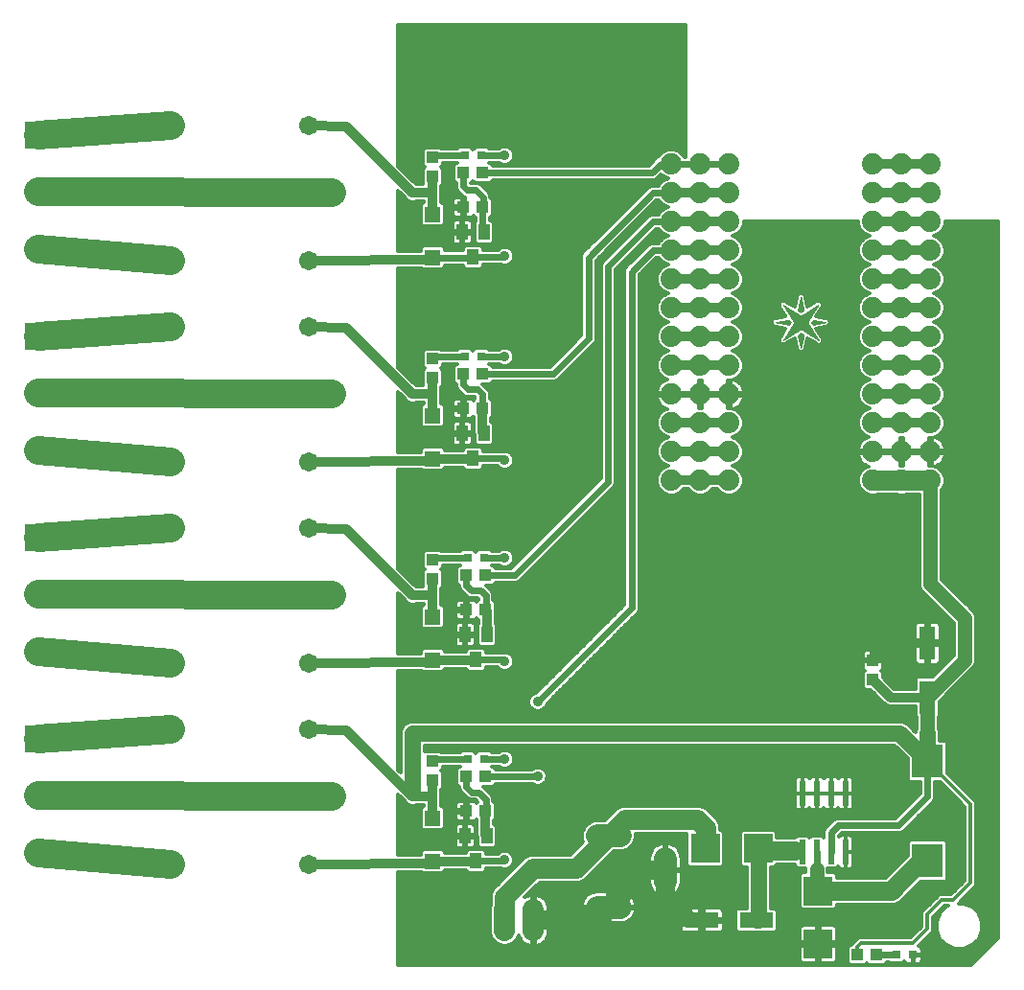
<source format=gtl>
G75*
%MOIN*%
%OFA0B0*%
%FSLAX24Y24*%
%IPPOS*%
%LPD*%
%AMOC8*
5,1,8,0,0,1.08239X$1,22.5*
%
%ADD10C,0.0010*%
%ADD11C,0.0673*%
%ADD12R,0.0950X0.0950*%
%ADD13C,0.0950*%
%ADD14R,0.0315X0.0315*%
%ADD15R,0.0394X0.0433*%
%ADD16R,0.0433X0.0394*%
%ADD17C,0.0740*%
%ADD18C,0.0740*%
%ADD19C,0.0787*%
%ADD20R,0.0394X0.0551*%
%ADD21R,0.0551X0.0551*%
%ADD22R,0.1181X0.0551*%
%ADD23R,0.0551X0.1181*%
%ADD24R,0.1000X0.1000*%
%ADD25R,0.1102X0.1181*%
%ADD26R,0.0236X0.0866*%
%ADD27C,0.0120*%
%ADD28C,0.0357*%
%ADD29C,0.0660*%
%ADD30C,0.0320*%
%ADD31C,0.0700*%
%ADD32C,0.0240*%
%ADD33C,0.0500*%
%ADD34C,0.0560*%
%ADD35C,0.1000*%
%ADD36C,0.0160*%
D10*
X032333Y026513D02*
X032433Y026953D01*
X032333Y027023D01*
X032233Y026953D01*
X032333Y026513D01*
X032332Y026518D02*
X032334Y026518D01*
X032330Y026526D02*
X032336Y026526D01*
X032338Y026535D02*
X032328Y026535D01*
X032326Y026543D02*
X032340Y026543D01*
X032342Y026552D02*
X032324Y026552D01*
X032322Y026560D02*
X032344Y026560D01*
X032346Y026569D02*
X032320Y026569D01*
X032318Y026577D02*
X032348Y026577D01*
X032349Y026586D02*
X032316Y026586D01*
X032315Y026594D02*
X032351Y026594D01*
X032353Y026603D02*
X032313Y026603D01*
X032311Y026611D02*
X032355Y026611D01*
X032357Y026620D02*
X032309Y026620D01*
X032307Y026628D02*
X032359Y026628D01*
X032361Y026637D02*
X032305Y026637D01*
X032303Y026645D02*
X032363Y026645D01*
X032365Y026654D02*
X032301Y026654D01*
X032299Y026662D02*
X032367Y026662D01*
X032369Y026671D02*
X032297Y026671D01*
X032295Y026679D02*
X032371Y026679D01*
X032373Y026688D02*
X032293Y026688D01*
X032291Y026696D02*
X032375Y026696D01*
X032376Y026705D02*
X032289Y026705D01*
X032287Y026713D02*
X032378Y026713D01*
X032380Y026722D02*
X032286Y026722D01*
X032284Y026730D02*
X032382Y026730D01*
X032384Y026739D02*
X032282Y026739D01*
X032280Y026747D02*
X032386Y026747D01*
X032388Y026756D02*
X032278Y026756D01*
X032276Y026764D02*
X032390Y026764D01*
X032392Y026773D02*
X032274Y026773D01*
X032272Y026781D02*
X032394Y026781D01*
X032396Y026790D02*
X032270Y026790D01*
X032268Y026798D02*
X032398Y026798D01*
X032400Y026807D02*
X032266Y026807D01*
X032264Y026815D02*
X032402Y026815D01*
X032404Y026824D02*
X032262Y026824D01*
X032260Y026832D02*
X032405Y026832D01*
X032407Y026841D02*
X032258Y026841D01*
X032257Y026849D02*
X032409Y026849D01*
X032411Y026858D02*
X032255Y026858D01*
X032253Y026866D02*
X032413Y026866D01*
X032415Y026875D02*
X032251Y026875D01*
X032249Y026883D02*
X032417Y026883D01*
X032419Y026892D02*
X032247Y026892D01*
X032245Y026900D02*
X032421Y026900D01*
X032423Y026909D02*
X032243Y026909D01*
X032241Y026917D02*
X032425Y026917D01*
X032427Y026926D02*
X032239Y026926D01*
X032237Y026934D02*
X032429Y026934D01*
X032431Y026943D02*
X032235Y026943D01*
X032233Y026951D02*
X032433Y026951D01*
X032423Y026960D02*
X032242Y026960D01*
X032255Y026968D02*
X032411Y026968D01*
X032399Y026977D02*
X032267Y026977D01*
X032279Y026985D02*
X032387Y026985D01*
X032375Y026994D02*
X032291Y026994D01*
X032303Y027002D02*
X032363Y027002D01*
X032351Y027011D02*
X032315Y027011D01*
X032327Y027019D02*
X032338Y027019D01*
X032411Y027121D02*
X032726Y027121D01*
X032731Y027113D02*
X032424Y027113D01*
X032437Y027104D02*
X032736Y027104D01*
X032742Y027096D02*
X032450Y027096D01*
X032463Y027087D02*
X032747Y027087D01*
X032753Y027079D02*
X032476Y027079D01*
X032488Y027070D02*
X032758Y027070D01*
X032763Y027062D02*
X032501Y027062D01*
X032514Y027053D02*
X032769Y027053D01*
X032774Y027045D02*
X032527Y027045D01*
X032540Y027036D02*
X032780Y027036D01*
X032785Y027028D02*
X032553Y027028D01*
X032566Y027019D02*
X032790Y027019D01*
X032796Y027011D02*
X032578Y027011D01*
X032591Y027002D02*
X032801Y027002D01*
X032807Y026994D02*
X032604Y026994D01*
X032617Y026985D02*
X032812Y026985D01*
X032817Y026977D02*
X032630Y026977D01*
X032643Y026968D02*
X032823Y026968D01*
X032828Y026960D02*
X032656Y026960D01*
X032668Y026951D02*
X032833Y026951D01*
X032839Y026943D02*
X032681Y026943D01*
X032694Y026934D02*
X032844Y026934D01*
X032850Y026926D02*
X032707Y026926D01*
X032720Y026917D02*
X032855Y026917D01*
X032860Y026909D02*
X032733Y026909D01*
X032746Y026900D02*
X032866Y026900D01*
X032871Y026892D02*
X032758Y026892D01*
X032771Y026883D02*
X032877Y026883D01*
X032882Y026875D02*
X032784Y026875D01*
X032797Y026866D02*
X032887Y026866D01*
X032893Y026858D02*
X032810Y026858D01*
X032823Y026849D02*
X032898Y026849D01*
X032904Y026841D02*
X032836Y026841D01*
X032848Y026832D02*
X032909Y026832D01*
X032914Y026824D02*
X032861Y026824D01*
X032874Y026815D02*
X032920Y026815D01*
X032925Y026807D02*
X032887Y026807D01*
X032900Y026798D02*
X032931Y026798D01*
X032936Y026790D02*
X032913Y026790D01*
X032926Y026781D02*
X032941Y026781D01*
X032938Y026773D02*
X032947Y026773D01*
X032951Y026764D02*
X032952Y026764D01*
X032953Y026763D02*
X032553Y027393D01*
X032933Y028003D01*
X032333Y027613D01*
X031723Y027993D01*
X032103Y027393D01*
X031723Y026773D01*
X032333Y027173D01*
X032953Y026763D01*
X032720Y027130D02*
X032399Y027130D01*
X032386Y027138D02*
X032715Y027138D01*
X032709Y027147D02*
X032373Y027147D01*
X032360Y027155D02*
X032704Y027155D01*
X032699Y027164D02*
X032347Y027164D01*
X032334Y027172D02*
X032693Y027172D01*
X032688Y027181D02*
X031973Y027181D01*
X031978Y027189D02*
X032682Y027189D01*
X032677Y027198D02*
X031983Y027198D01*
X031988Y027206D02*
X032672Y027206D01*
X032666Y027215D02*
X031994Y027215D01*
X031999Y027223D02*
X032661Y027223D01*
X032655Y027232D02*
X032004Y027232D01*
X032009Y027240D02*
X032650Y027240D01*
X032645Y027249D02*
X032014Y027249D01*
X032020Y027257D02*
X032639Y027257D01*
X032634Y027266D02*
X032025Y027266D01*
X032030Y027274D02*
X032628Y027274D01*
X032623Y027283D02*
X032035Y027283D01*
X032041Y027291D02*
X032618Y027291D01*
X032612Y027300D02*
X032046Y027300D01*
X032051Y027308D02*
X032607Y027308D01*
X032601Y027317D02*
X032056Y027317D01*
X032061Y027325D02*
X032596Y027325D01*
X032591Y027334D02*
X032067Y027334D01*
X032072Y027342D02*
X032585Y027342D01*
X032580Y027351D02*
X032077Y027351D01*
X032082Y027359D02*
X032574Y027359D01*
X032569Y027368D02*
X032087Y027368D01*
X032093Y027376D02*
X032564Y027376D01*
X032558Y027385D02*
X032098Y027385D01*
X032103Y027393D02*
X032553Y027393D01*
X032558Y027402D02*
X032097Y027402D01*
X032092Y027410D02*
X032564Y027410D01*
X032569Y027419D02*
X032087Y027419D01*
X032081Y027427D02*
X032574Y027427D01*
X032580Y027436D02*
X032076Y027436D01*
X032071Y027444D02*
X032585Y027444D01*
X032590Y027453D02*
X032065Y027453D01*
X032060Y027461D02*
X032595Y027461D01*
X032601Y027470D02*
X032054Y027470D01*
X032049Y027478D02*
X032606Y027478D01*
X032611Y027487D02*
X032044Y027487D01*
X032038Y027495D02*
X032617Y027495D01*
X032622Y027504D02*
X032033Y027504D01*
X032027Y027512D02*
X032627Y027512D01*
X032632Y027521D02*
X032022Y027521D01*
X032017Y027529D02*
X032638Y027529D01*
X032643Y027538D02*
X032011Y027538D01*
X032006Y027546D02*
X032648Y027546D01*
X032654Y027555D02*
X032001Y027555D01*
X031995Y027563D02*
X032659Y027563D01*
X032664Y027572D02*
X031990Y027572D01*
X031984Y027580D02*
X032670Y027580D01*
X032675Y027589D02*
X031979Y027589D01*
X031974Y027597D02*
X032680Y027597D01*
X032685Y027606D02*
X031968Y027606D01*
X031963Y027614D02*
X032331Y027614D01*
X032335Y027614D02*
X032691Y027614D01*
X032696Y027623D02*
X032348Y027623D01*
X032361Y027631D02*
X032701Y027631D01*
X032707Y027640D02*
X032374Y027640D01*
X032387Y027648D02*
X032712Y027648D01*
X032717Y027657D02*
X032400Y027657D01*
X032413Y027665D02*
X032722Y027665D01*
X032728Y027674D02*
X032426Y027674D01*
X032439Y027682D02*
X032733Y027682D01*
X032738Y027691D02*
X032452Y027691D01*
X032465Y027699D02*
X032744Y027699D01*
X032749Y027708D02*
X032479Y027708D01*
X032492Y027716D02*
X032754Y027716D01*
X032760Y027725D02*
X032505Y027725D01*
X032518Y027733D02*
X032765Y027733D01*
X032770Y027742D02*
X032531Y027742D01*
X032544Y027750D02*
X032775Y027750D01*
X032781Y027759D02*
X032557Y027759D01*
X032570Y027767D02*
X032786Y027767D01*
X032791Y027776D02*
X032583Y027776D01*
X032596Y027784D02*
X032797Y027784D01*
X032802Y027793D02*
X032609Y027793D01*
X032622Y027801D02*
X032807Y027801D01*
X032813Y027810D02*
X032635Y027810D01*
X032649Y027818D02*
X032818Y027818D01*
X032823Y027827D02*
X032662Y027827D01*
X032675Y027835D02*
X032828Y027835D01*
X032834Y027844D02*
X032688Y027844D01*
X032701Y027852D02*
X032839Y027852D01*
X032844Y027861D02*
X032714Y027861D01*
X032727Y027869D02*
X032850Y027869D01*
X032855Y027878D02*
X032740Y027878D01*
X032753Y027886D02*
X032860Y027886D01*
X032865Y027895D02*
X032766Y027895D01*
X032779Y027903D02*
X032871Y027903D01*
X032876Y027912D02*
X032792Y027912D01*
X032806Y027920D02*
X032881Y027920D01*
X032887Y027929D02*
X032819Y027929D01*
X032832Y027937D02*
X032892Y027937D01*
X032897Y027946D02*
X032845Y027946D01*
X032858Y027954D02*
X032903Y027954D01*
X032908Y027963D02*
X032871Y027963D01*
X032884Y027971D02*
X032913Y027971D01*
X032918Y027980D02*
X032897Y027980D01*
X032910Y027988D02*
X032924Y027988D01*
X032923Y027997D02*
X032929Y027997D01*
X032417Y027886D02*
X032249Y027886D01*
X032247Y027878D02*
X032419Y027878D01*
X032421Y027869D02*
X032245Y027869D01*
X032243Y027861D02*
X032423Y027861D01*
X032424Y027852D02*
X032241Y027852D01*
X032240Y027844D02*
X032426Y027844D01*
X032428Y027835D02*
X032238Y027835D01*
X032236Y027827D02*
X032430Y027827D01*
X032432Y027818D02*
X032234Y027818D01*
X032233Y027813D02*
X032333Y027753D01*
X032433Y027813D01*
X032333Y028273D01*
X032233Y027813D01*
X032239Y027810D02*
X032427Y027810D01*
X032413Y027801D02*
X032253Y027801D01*
X032267Y027793D02*
X032399Y027793D01*
X032385Y027784D02*
X032281Y027784D01*
X032295Y027776D02*
X032371Y027776D01*
X032357Y027767D02*
X032309Y027767D01*
X032324Y027759D02*
X032342Y027759D01*
X032277Y027648D02*
X031941Y027648D01*
X031947Y027640D02*
X032290Y027640D01*
X032304Y027631D02*
X031952Y027631D01*
X031957Y027623D02*
X032317Y027623D01*
X032263Y027657D02*
X031936Y027657D01*
X031931Y027665D02*
X032249Y027665D01*
X032236Y027674D02*
X031925Y027674D01*
X031920Y027682D02*
X032222Y027682D01*
X032208Y027691D02*
X031914Y027691D01*
X031909Y027699D02*
X032195Y027699D01*
X032181Y027708D02*
X031904Y027708D01*
X031898Y027716D02*
X032167Y027716D01*
X032154Y027725D02*
X031893Y027725D01*
X031888Y027733D02*
X032140Y027733D01*
X032126Y027742D02*
X031882Y027742D01*
X031877Y027750D02*
X032113Y027750D01*
X032099Y027759D02*
X031871Y027759D01*
X031866Y027767D02*
X032085Y027767D01*
X032072Y027776D02*
X031861Y027776D01*
X031855Y027784D02*
X032058Y027784D01*
X032045Y027793D02*
X031850Y027793D01*
X031844Y027801D02*
X032031Y027801D01*
X032017Y027810D02*
X031839Y027810D01*
X031834Y027818D02*
X032004Y027818D01*
X031990Y027827D02*
X031828Y027827D01*
X031823Y027835D02*
X031976Y027835D01*
X031963Y027844D02*
X031818Y027844D01*
X031812Y027852D02*
X031949Y027852D01*
X031935Y027861D02*
X031807Y027861D01*
X031801Y027869D02*
X031922Y027869D01*
X031908Y027878D02*
X031796Y027878D01*
X031791Y027886D02*
X031894Y027886D01*
X031881Y027895D02*
X031785Y027895D01*
X031780Y027903D02*
X031867Y027903D01*
X031854Y027912D02*
X031774Y027912D01*
X031769Y027920D02*
X031840Y027920D01*
X031826Y027929D02*
X031764Y027929D01*
X031758Y027937D02*
X031813Y027937D01*
X031799Y027946D02*
X031753Y027946D01*
X031748Y027954D02*
X031785Y027954D01*
X031772Y027963D02*
X031742Y027963D01*
X031737Y027971D02*
X031758Y027971D01*
X031744Y027980D02*
X031731Y027980D01*
X031731Y027988D02*
X031726Y027988D01*
X032251Y027895D02*
X032415Y027895D01*
X032413Y027903D02*
X032253Y027903D01*
X032254Y027912D02*
X032411Y027912D01*
X032410Y027920D02*
X032256Y027920D01*
X032258Y027929D02*
X032408Y027929D01*
X032406Y027937D02*
X032260Y027937D01*
X032262Y027946D02*
X032404Y027946D01*
X032402Y027954D02*
X032264Y027954D01*
X032265Y027963D02*
X032400Y027963D01*
X032399Y027971D02*
X032267Y027971D01*
X032269Y027980D02*
X032397Y027980D01*
X032395Y027988D02*
X032271Y027988D01*
X032273Y027997D02*
X032393Y027997D01*
X032391Y028005D02*
X032275Y028005D01*
X032277Y028014D02*
X032389Y028014D01*
X032387Y028022D02*
X032278Y028022D01*
X032280Y028031D02*
X032386Y028031D01*
X032384Y028039D02*
X032282Y028039D01*
X032284Y028048D02*
X032382Y028048D01*
X032380Y028056D02*
X032286Y028056D01*
X032288Y028065D02*
X032378Y028065D01*
X032376Y028073D02*
X032289Y028073D01*
X032291Y028082D02*
X032375Y028082D01*
X032373Y028090D02*
X032293Y028090D01*
X032295Y028099D02*
X032371Y028099D01*
X032369Y028107D02*
X032297Y028107D01*
X032299Y028116D02*
X032367Y028116D01*
X032365Y028124D02*
X032301Y028124D01*
X032302Y028133D02*
X032363Y028133D01*
X032362Y028141D02*
X032304Y028141D01*
X032306Y028150D02*
X032360Y028150D01*
X032358Y028158D02*
X032308Y028158D01*
X032310Y028167D02*
X032356Y028167D01*
X032354Y028175D02*
X032312Y028175D01*
X032314Y028184D02*
X032352Y028184D01*
X032351Y028192D02*
X032315Y028192D01*
X032317Y028201D02*
X032349Y028201D01*
X032347Y028209D02*
X032319Y028209D01*
X032321Y028218D02*
X032345Y028218D01*
X032343Y028226D02*
X032323Y028226D01*
X032325Y028235D02*
X032341Y028235D01*
X032339Y028243D02*
X032326Y028243D01*
X032328Y028252D02*
X032338Y028252D01*
X032336Y028260D02*
X032330Y028260D01*
X032332Y028269D02*
X032334Y028269D01*
X032753Y027483D02*
X033193Y027393D01*
X032753Y027303D01*
X032693Y027393D01*
X032753Y027483D01*
X032750Y027478D02*
X032777Y027478D01*
X032744Y027470D02*
X032818Y027470D01*
X032860Y027461D02*
X032738Y027461D01*
X032733Y027453D02*
X032901Y027453D01*
X032943Y027444D02*
X032727Y027444D01*
X032721Y027436D02*
X032984Y027436D01*
X033026Y027427D02*
X032716Y027427D01*
X032710Y027419D02*
X033068Y027419D01*
X033109Y027410D02*
X032704Y027410D01*
X032699Y027402D02*
X033151Y027402D01*
X033152Y027385D02*
X032699Y027385D01*
X032704Y027376D02*
X033111Y027376D01*
X033069Y027368D02*
X032710Y027368D01*
X032716Y027359D02*
X033027Y027359D01*
X032986Y027351D02*
X032721Y027351D01*
X032727Y027342D02*
X032944Y027342D01*
X032903Y027334D02*
X032733Y027334D01*
X032738Y027325D02*
X032861Y027325D01*
X032820Y027317D02*
X032744Y027317D01*
X032750Y027308D02*
X032778Y027308D01*
X032693Y027393D02*
X033192Y027393D01*
X032332Y027172D02*
X031968Y027172D01*
X031962Y027164D02*
X032319Y027164D01*
X032306Y027155D02*
X031957Y027155D01*
X031952Y027147D02*
X032293Y027147D01*
X032280Y027138D02*
X031947Y027138D01*
X031942Y027130D02*
X032267Y027130D01*
X032254Y027121D02*
X031936Y027121D01*
X031931Y027113D02*
X032241Y027113D01*
X032228Y027104D02*
X031926Y027104D01*
X031921Y027096D02*
X032215Y027096D01*
X032202Y027087D02*
X031915Y027087D01*
X031910Y027079D02*
X032189Y027079D01*
X032176Y027070D02*
X031905Y027070D01*
X031900Y027062D02*
X032163Y027062D01*
X032150Y027053D02*
X031895Y027053D01*
X031889Y027045D02*
X032137Y027045D01*
X032124Y027036D02*
X031884Y027036D01*
X031879Y027028D02*
X032111Y027028D01*
X032098Y027019D02*
X031874Y027019D01*
X031869Y027011D02*
X032085Y027011D01*
X032072Y027002D02*
X031863Y027002D01*
X031858Y026994D02*
X032059Y026994D01*
X032046Y026985D02*
X031853Y026985D01*
X031848Y026977D02*
X032033Y026977D01*
X032021Y026968D02*
X031843Y026968D01*
X031837Y026960D02*
X032008Y026960D01*
X031995Y026951D02*
X031832Y026951D01*
X031827Y026943D02*
X031982Y026943D01*
X031969Y026934D02*
X031822Y026934D01*
X031816Y026926D02*
X031956Y026926D01*
X031943Y026917D02*
X031811Y026917D01*
X031806Y026909D02*
X031930Y026909D01*
X031917Y026900D02*
X031801Y026900D01*
X031796Y026892D02*
X031904Y026892D01*
X031891Y026883D02*
X031790Y026883D01*
X031785Y026875D02*
X031878Y026875D01*
X031865Y026866D02*
X031780Y026866D01*
X031775Y026858D02*
X031852Y026858D01*
X031839Y026849D02*
X031770Y026849D01*
X031764Y026841D02*
X031826Y026841D01*
X031813Y026832D02*
X031759Y026832D01*
X031754Y026824D02*
X031800Y026824D01*
X031787Y026815D02*
X031749Y026815D01*
X031744Y026807D02*
X031774Y026807D01*
X031761Y026798D02*
X031738Y026798D01*
X031733Y026790D02*
X031748Y026790D01*
X031735Y026781D02*
X031728Y026781D01*
X031843Y027317D02*
X031922Y027317D01*
X031928Y027325D02*
X031800Y027325D01*
X031756Y027334D02*
X031933Y027334D01*
X031939Y027342D02*
X031713Y027342D01*
X031669Y027351D02*
X031945Y027351D01*
X031950Y027359D02*
X031626Y027359D01*
X031583Y027368D02*
X031956Y027368D01*
X031962Y027376D02*
X031539Y027376D01*
X031541Y027410D02*
X031962Y027410D01*
X031967Y027402D02*
X031497Y027402D01*
X031496Y027385D02*
X031967Y027385D01*
X031973Y027393D02*
X031913Y027483D01*
X031453Y027393D01*
X031913Y027303D01*
X031973Y027393D01*
X031454Y027393D01*
X031584Y027419D02*
X031956Y027419D01*
X031950Y027427D02*
X031627Y027427D01*
X031671Y027436D02*
X031945Y027436D01*
X031939Y027444D02*
X031714Y027444D01*
X031758Y027453D02*
X031933Y027453D01*
X031928Y027461D02*
X031801Y027461D01*
X031845Y027470D02*
X031922Y027470D01*
X031916Y027478D02*
X031888Y027478D01*
X031887Y027308D02*
X031916Y027308D01*
D11*
X016023Y024893D03*
X015233Y022533D03*
X010433Y022533D03*
X010433Y020253D03*
X015233Y020253D03*
X016023Y017893D03*
X015233Y015533D03*
X010433Y015533D03*
X010433Y013253D03*
X015233Y013253D03*
X016023Y010893D03*
X015233Y008533D03*
X010433Y008533D03*
X010433Y027253D03*
X015233Y027253D03*
X015233Y029533D03*
X010433Y029533D03*
X016023Y031893D03*
X015233Y034253D03*
X010433Y034253D03*
D12*
X005833Y033893D03*
X005833Y026893D03*
X005833Y019893D03*
X005833Y012893D03*
D13*
X005833Y010925D03*
X005833Y008956D03*
X005833Y015956D03*
X005833Y017925D03*
X005833Y022956D03*
X005833Y024925D03*
X005833Y029956D03*
X005833Y031925D03*
D14*
X020638Y033193D03*
X021228Y033193D03*
X021228Y026193D03*
X020638Y026193D03*
X020738Y019193D03*
X021328Y019193D03*
X021328Y012193D03*
X020738Y012193D03*
X035638Y005393D03*
X036228Y005393D03*
D15*
X019533Y011459D03*
X019533Y012128D03*
X034833Y014959D03*
X034833Y015628D03*
X019533Y018459D03*
X019533Y019128D03*
X019533Y025459D03*
X019533Y026128D03*
X019533Y032459D03*
X019533Y033128D03*
D16*
X020598Y032593D03*
X021268Y032593D03*
X021268Y031393D03*
X020598Y031393D03*
X020598Y025593D03*
X021268Y025593D03*
X021268Y024393D03*
X020598Y024393D03*
X020698Y018593D03*
X021368Y018593D03*
X021368Y017393D03*
X020698Y017393D03*
X020698Y011593D03*
X021368Y011593D03*
X021368Y010393D03*
X020698Y010393D03*
X034298Y005393D03*
X034968Y005393D03*
D17*
X034833Y021893D03*
X035833Y021893D03*
X036833Y021893D03*
X036833Y022893D03*
X035833Y022893D03*
X034833Y022893D03*
X034833Y023893D03*
X035833Y023893D03*
X036833Y023893D03*
X036833Y024893D03*
X035833Y024893D03*
X034833Y024893D03*
X034833Y025893D03*
X035833Y025893D03*
X036833Y025893D03*
X036833Y026893D03*
X035833Y026893D03*
X034833Y026893D03*
X034833Y027893D03*
X035833Y027893D03*
X036833Y027893D03*
X036833Y028893D03*
X035833Y028893D03*
X034833Y028893D03*
X034833Y029893D03*
X035833Y029893D03*
X036833Y029893D03*
X036833Y030893D03*
X035833Y030893D03*
X034833Y030893D03*
X034833Y031893D03*
X035833Y031893D03*
X036833Y031893D03*
X036833Y032893D03*
X035833Y032893D03*
X034833Y032893D03*
X029833Y032893D03*
X028833Y032893D03*
X027833Y032893D03*
X027833Y031893D03*
X028833Y031893D03*
X029833Y031893D03*
X029833Y030893D03*
X028833Y030893D03*
X027833Y030893D03*
X027833Y029893D03*
X028833Y029893D03*
X029833Y029893D03*
X029833Y028893D03*
X028833Y028893D03*
X027833Y028893D03*
X027833Y027893D03*
X028833Y027893D03*
X029833Y027893D03*
X029833Y026893D03*
X028833Y026893D03*
X027833Y026893D03*
X027833Y025893D03*
X028833Y025893D03*
X029833Y025893D03*
X029833Y024893D03*
X028833Y024893D03*
X027833Y024893D03*
X027833Y023893D03*
X028833Y023893D03*
X029833Y023893D03*
X029833Y022893D03*
X028833Y022893D03*
X027833Y022893D03*
X027833Y021893D03*
X028833Y021893D03*
X029833Y021893D03*
D18*
X023033Y006963D02*
X023033Y006223D01*
X022033Y006223D02*
X022033Y006963D01*
D19*
X025255Y007046D02*
X026042Y007046D01*
X027617Y007952D02*
X027617Y008739D01*
X026042Y009526D02*
X025255Y009526D01*
D20*
X021407Y009526D03*
X020659Y009526D03*
X021033Y008660D03*
X021033Y015660D03*
X021407Y016526D03*
X020659Y016526D03*
X020933Y022660D03*
X021307Y023526D03*
X020559Y023526D03*
X020933Y029660D03*
X021307Y030526D03*
X020559Y030526D03*
D21*
X019533Y031141D03*
X019533Y029645D03*
X019533Y024141D03*
X019533Y022645D03*
X019533Y017141D03*
X019533Y015645D03*
X019533Y010141D03*
X019533Y008645D03*
D22*
X028888Y006593D03*
X030778Y006593D03*
D23*
X036733Y014348D03*
X036733Y016238D03*
D24*
X030858Y009093D03*
X029008Y009093D03*
X032933Y007618D03*
X032933Y005768D03*
D25*
X036733Y008661D03*
X036733Y012126D03*
D26*
X033883Y011017D03*
X033383Y011017D03*
X032883Y011017D03*
X032383Y011017D03*
X032383Y008970D03*
X032883Y008970D03*
X033383Y008970D03*
X033883Y008970D03*
D27*
X018333Y008268D02*
X018333Y005053D01*
X038267Y005053D01*
X039173Y005960D01*
X038508Y005960D01*
X038503Y005946D02*
X038623Y006236D01*
X038623Y006550D01*
X038503Y006841D01*
X038280Y007063D01*
X037990Y007183D01*
X037806Y007183D01*
X038316Y007693D01*
X038433Y007810D01*
X038433Y010708D01*
X037424Y011717D01*
X037424Y012774D01*
X037342Y012856D01*
X037153Y012856D01*
X037153Y013177D01*
X037123Y013249D01*
X037123Y013674D01*
X037149Y013700D01*
X037149Y014212D01*
X038364Y015428D01*
X038423Y015571D01*
X038423Y017171D01*
X038364Y017314D01*
X038254Y017424D01*
X037223Y018455D01*
X037223Y021562D01*
X037265Y021604D01*
X037343Y021792D01*
X037343Y021995D01*
X037265Y022182D01*
X037122Y022326D01*
X036981Y022384D01*
X037036Y022402D01*
X037111Y022440D01*
X037178Y022489D01*
X037237Y022548D01*
X037286Y022616D01*
X037324Y022690D01*
X037350Y022769D01*
X037363Y022852D01*
X037363Y022853D01*
X036873Y022853D01*
X036873Y022403D01*
X036793Y022403D01*
X036793Y022853D01*
X036873Y022853D01*
X036873Y022933D01*
X037363Y022933D01*
X037363Y022935D01*
X037350Y023017D01*
X037324Y023097D01*
X037286Y023171D01*
X037237Y023239D01*
X037178Y023298D01*
X037111Y023347D01*
X037036Y023384D01*
X036981Y023403D01*
X037122Y023461D01*
X037265Y023604D01*
X037343Y023792D01*
X037343Y023995D01*
X037265Y024182D01*
X037122Y024326D01*
X036959Y024393D01*
X037122Y024461D01*
X037265Y024604D01*
X037343Y024792D01*
X037343Y024995D01*
X037265Y025182D01*
X037122Y025326D01*
X036959Y025393D01*
X037122Y025461D01*
X037265Y025604D01*
X037343Y025792D01*
X037343Y025995D01*
X037265Y026182D01*
X037122Y026326D01*
X036959Y026393D01*
X037122Y026461D01*
X037265Y026604D01*
X037343Y026792D01*
X037343Y026995D01*
X037265Y027182D01*
X037122Y027326D01*
X036959Y027393D01*
X037122Y027461D01*
X037265Y027604D01*
X037343Y027792D01*
X037343Y027995D01*
X037265Y028182D01*
X037122Y028326D01*
X036959Y028393D01*
X037122Y028461D01*
X037265Y028604D01*
X037343Y028792D01*
X037343Y028995D01*
X037265Y029182D01*
X037122Y029326D01*
X036959Y029393D01*
X037122Y029461D01*
X037265Y029604D01*
X037343Y029792D01*
X037343Y029995D01*
X037265Y030182D01*
X037122Y030326D01*
X036959Y030393D01*
X037122Y030461D01*
X037265Y030604D01*
X037343Y030792D01*
X037343Y030893D01*
X039173Y030893D01*
X039173Y005960D01*
X039173Y006078D02*
X038557Y006078D01*
X038607Y006197D02*
X039173Y006197D01*
X039173Y006315D02*
X038623Y006315D01*
X038623Y006434D02*
X039173Y006434D01*
X039173Y006552D02*
X038622Y006552D01*
X038573Y006671D02*
X039173Y006671D01*
X039173Y006789D02*
X038524Y006789D01*
X038436Y006908D02*
X039173Y006908D01*
X039173Y007026D02*
X038317Y007026D01*
X038083Y007145D02*
X039173Y007145D01*
X039173Y007263D02*
X037886Y007263D01*
X038004Y007382D02*
X039173Y007382D01*
X039173Y007500D02*
X038123Y007500D01*
X038241Y007619D02*
X039173Y007619D01*
X039173Y007737D02*
X038360Y007737D01*
X038433Y007856D02*
X039173Y007856D01*
X039173Y007974D02*
X038433Y007974D01*
X038433Y008093D02*
X039173Y008093D01*
X039173Y008211D02*
X038433Y008211D01*
X038433Y008330D02*
X039173Y008330D01*
X039173Y008448D02*
X038433Y008448D01*
X038433Y008567D02*
X039173Y008567D01*
X039173Y008685D02*
X038433Y008685D01*
X038433Y008804D02*
X039173Y008804D01*
X039173Y008922D02*
X038433Y008922D01*
X038433Y009041D02*
X039173Y009041D01*
X039173Y009159D02*
X038433Y009159D01*
X038433Y009278D02*
X039173Y009278D01*
X039173Y009396D02*
X038433Y009396D01*
X038433Y009515D02*
X039173Y009515D01*
X039173Y009633D02*
X038433Y009633D01*
X038433Y009752D02*
X039173Y009752D01*
X039173Y009870D02*
X038433Y009870D01*
X038433Y009989D02*
X039173Y009989D01*
X039173Y010107D02*
X038433Y010107D01*
X038433Y010226D02*
X039173Y010226D01*
X039173Y010344D02*
X038433Y010344D01*
X038433Y010463D02*
X039173Y010463D01*
X039173Y010581D02*
X038433Y010581D01*
X038433Y010700D02*
X039173Y010700D01*
X039173Y010818D02*
X038323Y010818D01*
X038205Y010937D02*
X039173Y010937D01*
X039173Y011055D02*
X038086Y011055D01*
X037968Y011174D02*
X039173Y011174D01*
X039173Y011292D02*
X037849Y011292D01*
X037731Y011411D02*
X039173Y011411D01*
X039173Y011529D02*
X037612Y011529D01*
X037494Y011648D02*
X039173Y011648D01*
X039173Y011766D02*
X037424Y011766D01*
X037424Y011885D02*
X039173Y011885D01*
X039173Y012003D02*
X037424Y012003D01*
X037424Y012122D02*
X039173Y012122D01*
X039173Y012240D02*
X037424Y012240D01*
X037424Y012359D02*
X039173Y012359D01*
X039173Y012477D02*
X037424Y012477D01*
X037424Y012596D02*
X039173Y012596D01*
X039173Y012714D02*
X037424Y012714D01*
X037365Y012833D02*
X039173Y012833D01*
X039173Y012951D02*
X037153Y012951D01*
X037153Y013070D02*
X039173Y013070D01*
X039173Y013188D02*
X037148Y013188D01*
X037123Y013307D02*
X039173Y013307D01*
X039173Y013425D02*
X037123Y013425D01*
X037123Y013544D02*
X039173Y013544D01*
X039173Y013662D02*
X037123Y013662D01*
X037149Y013781D02*
X039173Y013781D01*
X039173Y013899D02*
X037149Y013899D01*
X037149Y014018D02*
X039173Y014018D01*
X039173Y014136D02*
X037149Y014136D01*
X037191Y014255D02*
X039173Y014255D01*
X039173Y014373D02*
X037309Y014373D01*
X037428Y014492D02*
X039173Y014492D01*
X039173Y014610D02*
X037546Y014610D01*
X037665Y014729D02*
X039173Y014729D01*
X039173Y014847D02*
X037783Y014847D01*
X037902Y014966D02*
X039173Y014966D01*
X039173Y015084D02*
X038020Y015084D01*
X038139Y015203D02*
X039173Y015203D01*
X039173Y015321D02*
X038257Y015321D01*
X038369Y015440D02*
X039173Y015440D01*
X039173Y015558D02*
X038418Y015558D01*
X038423Y015677D02*
X039173Y015677D01*
X039173Y015795D02*
X038423Y015795D01*
X038423Y015914D02*
X039173Y015914D01*
X039173Y016032D02*
X038423Y016032D01*
X038423Y016151D02*
X039173Y016151D01*
X039173Y016269D02*
X038423Y016269D01*
X038423Y016388D02*
X039173Y016388D01*
X039173Y016506D02*
X038423Y016506D01*
X038423Y016625D02*
X039173Y016625D01*
X039173Y016743D02*
X038423Y016743D01*
X038423Y016862D02*
X039173Y016862D01*
X039173Y016980D02*
X038423Y016980D01*
X038423Y017099D02*
X039173Y017099D01*
X039173Y017217D02*
X038404Y017217D01*
X038342Y017336D02*
X039173Y017336D01*
X039173Y017454D02*
X038223Y017454D01*
X038105Y017573D02*
X039173Y017573D01*
X039173Y017691D02*
X037986Y017691D01*
X037868Y017810D02*
X039173Y017810D01*
X039173Y017928D02*
X037749Y017928D01*
X037631Y018047D02*
X039173Y018047D01*
X039173Y018165D02*
X037512Y018165D01*
X037394Y018284D02*
X039173Y018284D01*
X039173Y018402D02*
X037275Y018402D01*
X037223Y018521D02*
X039173Y018521D01*
X039173Y018639D02*
X037223Y018639D01*
X037223Y018758D02*
X039173Y018758D01*
X039173Y018876D02*
X037223Y018876D01*
X037223Y018995D02*
X039173Y018995D01*
X039173Y019113D02*
X037223Y019113D01*
X037223Y019232D02*
X039173Y019232D01*
X039173Y019350D02*
X037223Y019350D01*
X037223Y019469D02*
X039173Y019469D01*
X039173Y019587D02*
X037223Y019587D01*
X037223Y019706D02*
X039173Y019706D01*
X039173Y019824D02*
X037223Y019824D01*
X037223Y019943D02*
X039173Y019943D01*
X039173Y020061D02*
X037223Y020061D01*
X037223Y020180D02*
X039173Y020180D01*
X039173Y020298D02*
X037223Y020298D01*
X037223Y020417D02*
X039173Y020417D01*
X039173Y020535D02*
X037223Y020535D01*
X037223Y020654D02*
X039173Y020654D01*
X039173Y020772D02*
X037223Y020772D01*
X037223Y020891D02*
X039173Y020891D01*
X039173Y021009D02*
X037223Y021009D01*
X037223Y021128D02*
X039173Y021128D01*
X039173Y021246D02*
X037223Y021246D01*
X037223Y021365D02*
X039173Y021365D01*
X039173Y021483D02*
X037223Y021483D01*
X037263Y021602D02*
X039173Y021602D01*
X039173Y021720D02*
X037313Y021720D01*
X037343Y021839D02*
X039173Y021839D01*
X039173Y021957D02*
X037343Y021957D01*
X037309Y022076D02*
X039173Y022076D01*
X039173Y022194D02*
X037253Y022194D01*
X037135Y022313D02*
X039173Y022313D01*
X039173Y022431D02*
X037094Y022431D01*
X037239Y022550D02*
X039173Y022550D01*
X039173Y022668D02*
X037313Y022668D01*
X037353Y022787D02*
X039173Y022787D01*
X039173Y022905D02*
X036873Y022905D01*
X036873Y022933D02*
X036873Y023383D01*
X036793Y023383D01*
X036793Y022933D01*
X036793Y022853D01*
X036363Y022853D01*
X035873Y022853D01*
X035873Y022403D01*
X035793Y022403D01*
X035793Y022853D01*
X035873Y022853D01*
X035873Y022933D01*
X036793Y022933D01*
X036873Y022933D01*
X036793Y022905D02*
X035873Y022905D01*
X035873Y022933D02*
X035873Y023383D01*
X035793Y023383D01*
X035793Y022933D01*
X035793Y022853D01*
X034873Y022853D01*
X034873Y022933D01*
X035303Y022933D01*
X035793Y022933D01*
X035873Y022933D01*
X035793Y022905D02*
X034873Y022905D01*
X034793Y022905D02*
X030343Y022905D01*
X030343Y022995D02*
X030343Y022792D01*
X030265Y022604D01*
X030122Y022461D01*
X029959Y022393D01*
X030122Y022326D01*
X030265Y022182D01*
X030343Y021995D01*
X030343Y021792D01*
X030265Y021604D01*
X030122Y021461D01*
X029934Y021383D01*
X029731Y021383D01*
X029544Y021461D01*
X029412Y021593D01*
X029254Y021593D01*
X029122Y021461D01*
X028934Y021383D01*
X028731Y021383D01*
X028544Y021461D01*
X028412Y021593D01*
X028254Y021593D01*
X028122Y021461D01*
X027934Y021383D01*
X027731Y021383D01*
X027544Y021461D01*
X027401Y021604D01*
X027323Y021792D01*
X027323Y021995D01*
X027401Y022182D01*
X027544Y022326D01*
X027707Y022393D01*
X027544Y022461D01*
X027401Y022604D01*
X027323Y022792D01*
X027323Y022995D01*
X027401Y023182D01*
X027544Y023326D01*
X027707Y023393D01*
X027544Y023461D01*
X027401Y023604D01*
X027323Y023792D01*
X027323Y023995D01*
X027401Y024182D01*
X027544Y024326D01*
X027685Y024384D01*
X027629Y024402D01*
X027555Y024440D01*
X027488Y024489D01*
X027429Y024548D01*
X027380Y024616D01*
X027342Y024690D01*
X027316Y024769D01*
X027303Y024852D01*
X027303Y024853D01*
X027793Y024853D01*
X027793Y024933D01*
X027303Y024933D01*
X027303Y024935D01*
X027316Y025017D01*
X027342Y025097D01*
X027380Y025171D01*
X027429Y025239D01*
X027488Y025298D01*
X027555Y025347D01*
X027629Y025384D01*
X027685Y025403D01*
X027544Y025461D01*
X027401Y025604D01*
X027323Y025792D01*
X027323Y025995D01*
X027401Y026182D01*
X027544Y026326D01*
X027707Y026393D01*
X027544Y026461D01*
X027401Y026604D01*
X027323Y026792D01*
X027323Y026995D01*
X027401Y027182D01*
X027544Y027326D01*
X027707Y027393D01*
X027544Y027461D01*
X027401Y027604D01*
X027323Y027792D01*
X027323Y027995D01*
X027401Y028182D01*
X027544Y028326D01*
X027707Y028393D01*
X027544Y028461D01*
X027401Y028604D01*
X027323Y028792D01*
X027323Y028995D01*
X027401Y029182D01*
X027544Y029326D01*
X027707Y029393D01*
X027544Y029461D01*
X027401Y029604D01*
X027389Y029633D01*
X027301Y029633D01*
X026713Y029046D01*
X026713Y017412D01*
X026673Y017316D01*
X023502Y014144D01*
X023502Y014130D01*
X023453Y014013D01*
X023363Y013923D01*
X023246Y013875D01*
X023120Y013875D01*
X023002Y013923D01*
X022913Y014013D01*
X022864Y014130D01*
X022864Y014257D01*
X022913Y014374D01*
X023002Y014464D01*
X023120Y014512D01*
X023134Y014512D01*
X026193Y017571D01*
X026193Y029205D01*
X026233Y029301D01*
X027046Y030114D01*
X027141Y030153D01*
X027389Y030153D01*
X027401Y030182D01*
X027544Y030326D01*
X027707Y030393D01*
X027544Y030461D01*
X027401Y030604D01*
X027389Y030633D01*
X027301Y030633D01*
X025893Y029226D01*
X025893Y021802D01*
X025853Y021706D01*
X025780Y021633D01*
X022520Y018373D01*
X022425Y018333D01*
X021719Y018333D01*
X021642Y018256D01*
X021377Y018256D01*
X021520Y018114D01*
X021593Y018041D01*
X021633Y017945D01*
X021633Y017730D01*
X021642Y017730D01*
X021724Y017648D01*
X021724Y017138D01*
X021707Y017121D01*
X021707Y016897D01*
X021744Y016860D01*
X021744Y016193D01*
X021662Y016111D01*
X021152Y016111D01*
X021070Y016193D01*
X021070Y016860D01*
X021107Y016897D01*
X021107Y017056D01*
X021093Y017056D01*
X021046Y017104D01*
X021043Y017098D01*
X021013Y017068D01*
X020977Y017047D01*
X020936Y017036D01*
X020737Y017036D01*
X020737Y017355D01*
X020660Y017355D01*
X020660Y017036D01*
X020461Y017036D01*
X020420Y017047D01*
X020384Y017068D01*
X020354Y017098D01*
X020333Y017135D01*
X020322Y017175D01*
X020322Y017355D01*
X020660Y017355D01*
X020660Y017432D01*
X020660Y017750D01*
X020461Y017750D01*
X020420Y017739D01*
X020384Y017718D01*
X020354Y017688D01*
X020333Y017652D01*
X020322Y017611D01*
X020322Y017432D01*
X020660Y017432D01*
X020737Y017432D01*
X020737Y017750D01*
X020936Y017750D01*
X020977Y017739D01*
X021013Y017718D01*
X021043Y017688D01*
X021046Y017683D01*
X021093Y017730D01*
X021113Y017730D01*
X021113Y017786D01*
X021085Y017813D01*
X020821Y017813D01*
X020726Y017853D01*
X020653Y017926D01*
X020478Y018101D01*
X020438Y018196D01*
X020438Y018256D01*
X020424Y018256D01*
X020342Y018338D01*
X020342Y018848D01*
X020424Y018930D01*
X020488Y018930D01*
X020485Y018933D01*
X019870Y018933D01*
X019870Y018853D01*
X019810Y018793D01*
X019870Y018733D01*
X019870Y018184D01*
X019833Y018147D01*
X019833Y017557D01*
X019867Y017557D01*
X019949Y017475D01*
X019949Y016808D01*
X019867Y016726D01*
X019199Y016726D01*
X019117Y016808D01*
X019117Y017475D01*
X019199Y017557D01*
X019233Y017557D01*
X019233Y017593D01*
X018942Y017593D01*
X018896Y017575D01*
X018770Y017575D01*
X018652Y017623D01*
X018563Y017713D01*
X018544Y017758D01*
X018333Y017969D01*
X018333Y015868D01*
X019117Y015876D01*
X019117Y015979D01*
X019199Y016061D01*
X019867Y016061D01*
X019949Y015979D01*
X019949Y015945D01*
X020696Y015945D01*
X020696Y015994D01*
X020778Y016076D01*
X021288Y016076D01*
X021370Y015994D01*
X021370Y015920D01*
X022018Y015920D01*
X022037Y015912D01*
X022096Y015912D01*
X022213Y015864D01*
X022303Y015774D01*
X022352Y015657D01*
X022352Y015530D01*
X022303Y015413D01*
X022213Y015323D01*
X022096Y015275D01*
X021970Y015275D01*
X021852Y015323D01*
X021775Y015400D01*
X021370Y015400D01*
X021370Y015327D01*
X021288Y015245D01*
X020778Y015245D01*
X020696Y015327D01*
X020696Y015345D01*
X019949Y015345D01*
X019949Y015312D01*
X019867Y015230D01*
X019199Y015230D01*
X019152Y015277D01*
X018333Y015268D01*
X018333Y011818D01*
X018413Y011738D01*
X018413Y013177D01*
X018477Y013331D01*
X018595Y013449D01*
X018749Y013513D01*
X035849Y013513D01*
X036003Y013449D01*
X036121Y013331D01*
X036313Y013140D01*
X036313Y013177D01*
X036343Y013249D01*
X036343Y013674D01*
X036317Y013700D01*
X036317Y014048D01*
X035384Y014048D01*
X035273Y014094D01*
X035189Y014178D01*
X034765Y014602D01*
X034578Y014602D01*
X034496Y014684D01*
X034496Y015233D01*
X034543Y015280D01*
X034538Y015283D01*
X034508Y015313D01*
X034487Y015350D01*
X034476Y015390D01*
X034476Y015590D01*
X034795Y015590D01*
X034795Y015666D01*
X034476Y015666D01*
X034476Y015866D01*
X034487Y015906D01*
X034508Y015943D01*
X034538Y015973D01*
X034574Y015994D01*
X034615Y016004D01*
X034795Y016004D01*
X034795Y015666D01*
X034871Y015666D01*
X034871Y016004D01*
X035051Y016004D01*
X035092Y015994D01*
X035128Y015973D01*
X035158Y015943D01*
X035179Y015906D01*
X035190Y015866D01*
X035190Y015666D01*
X034871Y015666D01*
X034871Y015590D01*
X035190Y015590D01*
X035190Y015390D01*
X035179Y015350D01*
X035158Y015313D01*
X035128Y015283D01*
X035123Y015280D01*
X035170Y015233D01*
X035170Y015046D01*
X035567Y014648D01*
X036317Y014648D01*
X036317Y014997D01*
X036399Y015079D01*
X036912Y015079D01*
X037643Y015810D01*
X037643Y016932D01*
X036502Y018072D01*
X036443Y018216D01*
X036443Y021403D01*
X035983Y021403D01*
X035934Y021383D01*
X035731Y021383D01*
X035683Y021403D01*
X034983Y021403D01*
X034934Y021383D01*
X034731Y021383D01*
X034544Y021461D01*
X034401Y021604D01*
X034323Y021792D01*
X034323Y021995D01*
X034401Y022182D01*
X034544Y022326D01*
X034685Y022384D01*
X034629Y022402D01*
X034555Y022440D01*
X034488Y022489D01*
X034429Y022548D01*
X034380Y022616D01*
X034342Y022690D01*
X034316Y022769D01*
X034303Y022852D01*
X034303Y022853D01*
X034793Y022853D01*
X034793Y022933D01*
X034303Y022933D01*
X034303Y022935D01*
X034316Y023017D01*
X034342Y023097D01*
X034380Y023171D01*
X034429Y023239D01*
X034488Y023298D01*
X034555Y023347D01*
X034629Y023384D01*
X034685Y023403D01*
X034544Y023461D01*
X034401Y023604D01*
X034323Y023792D01*
X034323Y023995D01*
X034401Y024182D01*
X034544Y024326D01*
X034707Y024393D01*
X034544Y024461D01*
X034401Y024604D01*
X034323Y024792D01*
X034323Y024995D01*
X034401Y025182D01*
X034544Y025326D01*
X034707Y025393D01*
X034544Y025461D01*
X034401Y025604D01*
X034323Y025792D01*
X034323Y025995D01*
X034401Y026182D01*
X034544Y026326D01*
X034707Y026393D01*
X034544Y026461D01*
X034401Y026604D01*
X034323Y026792D01*
X034323Y026995D01*
X034401Y027182D01*
X034544Y027326D01*
X034707Y027393D01*
X034544Y027461D01*
X034401Y027604D01*
X034323Y027792D01*
X034323Y027995D01*
X034401Y028182D01*
X034544Y028326D01*
X034707Y028393D01*
X034544Y028461D01*
X034401Y028604D01*
X034323Y028792D01*
X034323Y028995D01*
X034401Y029182D01*
X034544Y029326D01*
X034707Y029393D01*
X034544Y029461D01*
X034401Y029604D01*
X034323Y029792D01*
X034323Y029995D01*
X034401Y030182D01*
X034544Y030326D01*
X034707Y030393D01*
X034544Y030461D01*
X034401Y030604D01*
X034323Y030792D01*
X034323Y030893D01*
X030343Y030893D01*
X030343Y030792D01*
X030265Y030604D01*
X030122Y030461D01*
X029959Y030393D01*
X030122Y030326D01*
X030265Y030182D01*
X030343Y029995D01*
X030343Y029792D01*
X030265Y029604D01*
X030122Y029461D01*
X029959Y029393D01*
X030122Y029326D01*
X030265Y029182D01*
X030343Y028995D01*
X030343Y028792D01*
X030265Y028604D01*
X030122Y028461D01*
X029959Y028393D01*
X030122Y028326D01*
X030265Y028182D01*
X030343Y027995D01*
X030343Y027792D01*
X030265Y027604D01*
X030122Y027461D01*
X029959Y027393D01*
X030122Y027326D01*
X030265Y027182D01*
X030343Y026995D01*
X030343Y026792D01*
X030265Y026604D01*
X030122Y026461D01*
X029959Y026393D01*
X030122Y026326D01*
X030265Y026182D01*
X030343Y025995D01*
X030343Y025792D01*
X030265Y025604D01*
X030122Y025461D01*
X029981Y025403D01*
X030036Y025384D01*
X030111Y025347D01*
X030178Y025298D01*
X030237Y025239D01*
X030286Y025171D01*
X030324Y025097D01*
X030350Y025017D01*
X030363Y024935D01*
X030363Y024933D01*
X029873Y024933D01*
X029873Y024853D01*
X029873Y024403D01*
X029793Y024403D01*
X029793Y024853D01*
X029873Y024853D01*
X030363Y024853D01*
X030363Y024852D01*
X030350Y024769D01*
X030324Y024690D01*
X030286Y024616D01*
X030237Y024548D01*
X030178Y024489D01*
X030111Y024440D01*
X030036Y024402D01*
X029981Y024384D01*
X030122Y024326D01*
X030265Y024182D01*
X030343Y023995D01*
X030343Y023792D01*
X030265Y023604D01*
X030122Y023461D01*
X029959Y023393D01*
X030122Y023326D01*
X030265Y023182D01*
X030343Y022995D01*
X030331Y023024D02*
X034318Y023024D01*
X034365Y023142D02*
X030282Y023142D01*
X030187Y023261D02*
X034451Y023261D01*
X034619Y023379D02*
X029992Y023379D01*
X030159Y023498D02*
X034507Y023498D01*
X034396Y023616D02*
X030270Y023616D01*
X030319Y023735D02*
X034347Y023735D01*
X034323Y023853D02*
X030343Y023853D01*
X030343Y023972D02*
X034323Y023972D01*
X034363Y024090D02*
X030303Y024090D01*
X030239Y024209D02*
X034427Y024209D01*
X034548Y024327D02*
X030118Y024327D01*
X030119Y024446D02*
X034581Y024446D01*
X034441Y024564D02*
X030249Y024564D01*
X030321Y024683D02*
X034368Y024683D01*
X034323Y024801D02*
X030355Y024801D01*
X030343Y025038D02*
X034341Y025038D01*
X034323Y024920D02*
X029873Y024920D01*
X029873Y024933D02*
X029793Y024933D01*
X029793Y024853D01*
X029363Y024853D01*
X028873Y024853D01*
X028873Y024403D01*
X028793Y024403D01*
X028793Y024853D01*
X028873Y024853D01*
X028873Y024933D01*
X029793Y024933D01*
X029793Y025383D01*
X029873Y025383D01*
X029873Y024933D01*
X029793Y024920D02*
X028873Y024920D01*
X028873Y024933D02*
X028793Y024933D01*
X028793Y024853D01*
X027873Y024853D01*
X027873Y024933D01*
X028303Y024933D01*
X028793Y024933D01*
X028793Y025383D01*
X028873Y025383D01*
X028873Y024933D01*
X028793Y024920D02*
X027873Y024920D01*
X027793Y024920D02*
X026713Y024920D01*
X026713Y025038D02*
X027323Y025038D01*
X027372Y025157D02*
X026713Y025157D01*
X026713Y025275D02*
X027465Y025275D01*
X027658Y025394D02*
X026713Y025394D01*
X026713Y025512D02*
X027493Y025512D01*
X027390Y025631D02*
X026713Y025631D01*
X026713Y025749D02*
X027341Y025749D01*
X027323Y025868D02*
X026713Y025868D01*
X026713Y025986D02*
X027323Y025986D01*
X027369Y026105D02*
X026713Y026105D01*
X026713Y026223D02*
X027442Y026223D01*
X027583Y026342D02*
X026713Y026342D01*
X026713Y026460D02*
X027545Y026460D01*
X027426Y026579D02*
X026713Y026579D01*
X026713Y026697D02*
X027362Y026697D01*
X027323Y026816D02*
X026713Y026816D01*
X026713Y026934D02*
X027323Y026934D01*
X027347Y027053D02*
X026713Y027053D01*
X026713Y027171D02*
X027396Y027171D01*
X027508Y027290D02*
X026713Y027290D01*
X026713Y027408D02*
X027671Y027408D01*
X027478Y027527D02*
X026713Y027527D01*
X026713Y027645D02*
X027384Y027645D01*
X027335Y027764D02*
X026713Y027764D01*
X026713Y027882D02*
X027323Y027882D01*
X027325Y028001D02*
X026713Y028001D01*
X026713Y028119D02*
X027375Y028119D01*
X027456Y028238D02*
X026713Y028238D01*
X026713Y028356D02*
X027618Y028356D01*
X027530Y028475D02*
X026713Y028475D01*
X026713Y028593D02*
X027412Y028593D01*
X027356Y028712D02*
X026713Y028712D01*
X026713Y028830D02*
X027323Y028830D01*
X027323Y028949D02*
X026713Y028949D01*
X026735Y029067D02*
X027353Y029067D01*
X027404Y029186D02*
X026853Y029186D01*
X026972Y029304D02*
X027523Y029304D01*
X027636Y029423D02*
X027090Y029423D01*
X027209Y029541D02*
X027464Y029541D01*
X026947Y030015D02*
X026683Y030015D01*
X026564Y029897D02*
X026829Y029897D01*
X026710Y029778D02*
X026446Y029778D01*
X026327Y029660D02*
X026592Y029660D01*
X026473Y029541D02*
X026209Y029541D01*
X026090Y029423D02*
X026355Y029423D01*
X026236Y029304D02*
X025972Y029304D01*
X025893Y029186D02*
X026193Y029186D01*
X026193Y029067D02*
X025893Y029067D01*
X025893Y028949D02*
X026193Y028949D01*
X026193Y028830D02*
X025893Y028830D01*
X025893Y028712D02*
X026193Y028712D01*
X026193Y028593D02*
X025893Y028593D01*
X025893Y028475D02*
X026193Y028475D01*
X026193Y028356D02*
X025893Y028356D01*
X025893Y028238D02*
X026193Y028238D01*
X026193Y028119D02*
X025893Y028119D01*
X025893Y028001D02*
X026193Y028001D01*
X026193Y027882D02*
X025893Y027882D01*
X025893Y027764D02*
X026193Y027764D01*
X026193Y027645D02*
X025893Y027645D01*
X025893Y027527D02*
X026193Y027527D01*
X026193Y027408D02*
X025893Y027408D01*
X025893Y027290D02*
X026193Y027290D01*
X026193Y027171D02*
X025893Y027171D01*
X025893Y027053D02*
X026193Y027053D01*
X026193Y026934D02*
X025893Y026934D01*
X025893Y026816D02*
X026193Y026816D01*
X026193Y026697D02*
X025893Y026697D01*
X025893Y026579D02*
X026193Y026579D01*
X026193Y026460D02*
X025893Y026460D01*
X025893Y026342D02*
X026193Y026342D01*
X026193Y026223D02*
X025893Y026223D01*
X025893Y026105D02*
X026193Y026105D01*
X026193Y025986D02*
X025893Y025986D01*
X025893Y025868D02*
X026193Y025868D01*
X026193Y025749D02*
X025893Y025749D01*
X025893Y025631D02*
X026193Y025631D01*
X026193Y025512D02*
X025893Y025512D01*
X025893Y025394D02*
X026193Y025394D01*
X026193Y025275D02*
X025893Y025275D01*
X025893Y025157D02*
X026193Y025157D01*
X026193Y025038D02*
X025893Y025038D01*
X025893Y024920D02*
X026193Y024920D01*
X026193Y024801D02*
X025893Y024801D01*
X025893Y024683D02*
X026193Y024683D01*
X026193Y024564D02*
X025893Y024564D01*
X025893Y024446D02*
X026193Y024446D01*
X026193Y024327D02*
X025893Y024327D01*
X025893Y024209D02*
X026193Y024209D01*
X026193Y024090D02*
X025893Y024090D01*
X025893Y023972D02*
X026193Y023972D01*
X026193Y023853D02*
X025893Y023853D01*
X025893Y023735D02*
X026193Y023735D01*
X026193Y023616D02*
X025893Y023616D01*
X025893Y023498D02*
X026193Y023498D01*
X026193Y023379D02*
X025893Y023379D01*
X025893Y023261D02*
X026193Y023261D01*
X026193Y023142D02*
X025893Y023142D01*
X025893Y023024D02*
X026193Y023024D01*
X026193Y022905D02*
X025893Y022905D01*
X025893Y022787D02*
X026193Y022787D01*
X026193Y022668D02*
X025893Y022668D01*
X025893Y022550D02*
X026193Y022550D01*
X026193Y022431D02*
X025893Y022431D01*
X025893Y022313D02*
X026193Y022313D01*
X026193Y022194D02*
X025893Y022194D01*
X025893Y022076D02*
X026193Y022076D01*
X026193Y021957D02*
X025893Y021957D01*
X025893Y021839D02*
X026193Y021839D01*
X026193Y021720D02*
X025859Y021720D01*
X025749Y021602D02*
X026193Y021602D01*
X026193Y021483D02*
X025631Y021483D01*
X025512Y021365D02*
X026193Y021365D01*
X026193Y021246D02*
X025394Y021246D01*
X025275Y021128D02*
X026193Y021128D01*
X026193Y021009D02*
X025157Y021009D01*
X025038Y020891D02*
X026193Y020891D01*
X026193Y020772D02*
X024920Y020772D01*
X024801Y020654D02*
X026193Y020654D01*
X026193Y020535D02*
X024683Y020535D01*
X024564Y020417D02*
X026193Y020417D01*
X026193Y020298D02*
X024446Y020298D01*
X024327Y020180D02*
X026193Y020180D01*
X026193Y020061D02*
X024209Y020061D01*
X024090Y019943D02*
X026193Y019943D01*
X026193Y019824D02*
X023972Y019824D01*
X023853Y019706D02*
X026193Y019706D01*
X026193Y019587D02*
X023735Y019587D01*
X023616Y019469D02*
X026193Y019469D01*
X026193Y019350D02*
X023498Y019350D01*
X023379Y019232D02*
X026193Y019232D01*
X026193Y019113D02*
X023261Y019113D01*
X023142Y018995D02*
X026193Y018995D01*
X026193Y018876D02*
X023024Y018876D01*
X022905Y018758D02*
X026193Y018758D01*
X026193Y018639D02*
X022787Y018639D01*
X022668Y018521D02*
X026193Y018521D01*
X026193Y018402D02*
X022550Y018402D01*
X022265Y018853D02*
X021719Y018853D01*
X021642Y018930D01*
X021578Y018930D01*
X021581Y018933D01*
X021842Y018933D01*
X021852Y018923D01*
X021970Y018875D01*
X022096Y018875D01*
X022213Y018923D01*
X022303Y019013D01*
X022352Y019130D01*
X022352Y019257D01*
X022303Y019374D01*
X022213Y019464D01*
X022096Y019512D01*
X021970Y019512D01*
X021852Y019464D01*
X021842Y019453D01*
X021581Y019453D01*
X021544Y019491D01*
X021113Y019491D01*
X021033Y019411D01*
X020953Y019491D01*
X020522Y019491D01*
X020485Y019453D01*
X019819Y019453D01*
X019788Y019484D01*
X019278Y019484D01*
X019196Y019402D01*
X019196Y018853D01*
X019256Y018793D01*
X019196Y018733D01*
X019196Y018193D01*
X018957Y018193D01*
X018333Y018818D01*
X018333Y022268D01*
X019152Y022277D01*
X019199Y022230D01*
X019867Y022230D01*
X019949Y022312D01*
X019949Y022345D01*
X020596Y022345D01*
X020596Y022327D01*
X020678Y022245D01*
X021188Y022245D01*
X021270Y022327D01*
X021270Y022400D01*
X021775Y022400D01*
X021852Y022323D01*
X021970Y022275D01*
X022096Y022275D01*
X022213Y022323D01*
X022303Y022413D01*
X022352Y022530D01*
X022352Y022657D01*
X022303Y022774D01*
X022213Y022864D01*
X022096Y022912D01*
X022037Y022912D01*
X022018Y022920D01*
X021270Y022920D01*
X021270Y022994D01*
X021188Y023076D01*
X020678Y023076D01*
X020596Y022994D01*
X020596Y022945D01*
X019949Y022945D01*
X019949Y022979D01*
X019867Y023061D01*
X019199Y023061D01*
X019117Y022979D01*
X019117Y022876D01*
X018333Y022868D01*
X018333Y024969D01*
X018544Y024758D01*
X018563Y024713D01*
X018652Y024623D01*
X018770Y024575D01*
X018896Y024575D01*
X018942Y024593D01*
X019233Y024593D01*
X019233Y024557D01*
X019199Y024557D01*
X019117Y024475D01*
X019117Y023808D01*
X019199Y023726D01*
X019867Y023726D01*
X019949Y023808D01*
X019949Y024475D01*
X019867Y024557D01*
X019833Y024557D01*
X019833Y025147D01*
X019870Y025184D01*
X019870Y025733D01*
X019810Y025793D01*
X019870Y025853D01*
X019870Y025933D01*
X020385Y025933D01*
X020388Y025930D01*
X020324Y025930D01*
X020242Y025848D01*
X020242Y025338D01*
X020324Y025256D01*
X020338Y025256D01*
X020338Y025176D01*
X020378Y025081D01*
X020533Y024926D01*
X020606Y024853D01*
X020701Y024813D01*
X020965Y024813D01*
X020993Y024786D01*
X020993Y024730D01*
X020946Y024683D01*
X020943Y024688D01*
X020913Y024718D01*
X020877Y024739D01*
X020836Y024750D01*
X020637Y024750D01*
X020637Y024432D01*
X020560Y024432D01*
X020560Y024750D01*
X020361Y024750D01*
X020320Y024739D01*
X020284Y024718D01*
X020254Y024688D01*
X020233Y024652D01*
X020222Y024611D01*
X020222Y024432D01*
X020560Y024432D01*
X020560Y024355D01*
X020637Y024355D01*
X020637Y024036D01*
X020836Y024036D01*
X020877Y024047D01*
X020913Y024068D01*
X020943Y024098D01*
X020946Y024104D01*
X020968Y024082D01*
X020968Y023506D01*
X020970Y023500D01*
X020970Y023193D01*
X021052Y023111D01*
X021562Y023111D01*
X021644Y023193D01*
X021644Y023860D01*
X021568Y023936D01*
X021568Y024082D01*
X021624Y024138D01*
X021624Y024648D01*
X021542Y024730D01*
X021513Y024730D01*
X021513Y024945D01*
X021473Y025041D01*
X021400Y025114D01*
X021257Y025256D01*
X021542Y025256D01*
X021619Y025333D01*
X023765Y025333D01*
X023860Y025373D01*
X025100Y026613D01*
X025173Y026686D01*
X025213Y026782D01*
X025213Y029546D01*
X027301Y031633D01*
X027389Y031633D01*
X027401Y031604D01*
X027544Y031461D01*
X027707Y031393D01*
X027544Y031326D01*
X027401Y031182D01*
X027389Y031153D01*
X027141Y031153D01*
X027046Y031114D01*
X026973Y031041D01*
X025413Y029481D01*
X025373Y029385D01*
X025373Y021961D01*
X022265Y018853D01*
X022288Y018876D02*
X022101Y018876D01*
X021965Y018876D02*
X021696Y018876D01*
X022285Y018995D02*
X022407Y018995D01*
X022345Y019113D02*
X022525Y019113D01*
X022644Y019232D02*
X022352Y019232D01*
X022313Y019350D02*
X022762Y019350D01*
X022881Y019469D02*
X022201Y019469D01*
X021865Y019469D02*
X021566Y019469D01*
X021091Y019469D02*
X020975Y019469D01*
X020500Y019469D02*
X019803Y019469D01*
X019262Y019469D02*
X018333Y019469D01*
X018333Y019587D02*
X022999Y019587D01*
X023118Y019706D02*
X018333Y019706D01*
X018333Y019824D02*
X023236Y019824D01*
X023355Y019943D02*
X018333Y019943D01*
X018333Y020061D02*
X023473Y020061D01*
X023592Y020180D02*
X018333Y020180D01*
X018333Y020298D02*
X023710Y020298D01*
X023829Y020417D02*
X018333Y020417D01*
X018333Y020535D02*
X023947Y020535D01*
X024066Y020654D02*
X018333Y020654D01*
X018333Y020772D02*
X024184Y020772D01*
X024303Y020891D02*
X018333Y020891D01*
X018333Y021009D02*
X024421Y021009D01*
X024540Y021128D02*
X018333Y021128D01*
X018333Y021246D02*
X024658Y021246D01*
X024777Y021365D02*
X018333Y021365D01*
X018333Y021483D02*
X024895Y021483D01*
X025014Y021602D02*
X018333Y021602D01*
X018333Y021720D02*
X025132Y021720D01*
X025251Y021839D02*
X018333Y021839D01*
X018333Y021957D02*
X025369Y021957D01*
X025373Y022076D02*
X018333Y022076D01*
X018333Y022194D02*
X025373Y022194D01*
X025373Y022313D02*
X022189Y022313D01*
X022311Y022431D02*
X025373Y022431D01*
X025373Y022550D02*
X022352Y022550D01*
X022347Y022668D02*
X025373Y022668D01*
X025373Y022787D02*
X022290Y022787D01*
X022113Y022905D02*
X025373Y022905D01*
X025373Y023024D02*
X021240Y023024D01*
X021021Y023142D02*
X020874Y023142D01*
X020884Y023153D02*
X020905Y023189D01*
X020916Y023230D01*
X020916Y023488D01*
X020597Y023488D01*
X020597Y023091D01*
X020777Y023091D01*
X020818Y023102D01*
X020854Y023123D01*
X020884Y023153D01*
X020916Y023261D02*
X020970Y023261D01*
X020970Y023379D02*
X020916Y023379D01*
X020970Y023498D02*
X020597Y023498D01*
X020597Y023488D02*
X020597Y023565D01*
X020520Y023565D01*
X020520Y023488D01*
X020202Y023488D01*
X020202Y023230D01*
X020213Y023189D01*
X020234Y023153D01*
X020264Y023123D01*
X020300Y023102D01*
X020341Y023091D01*
X020520Y023091D01*
X020520Y023488D01*
X020597Y023488D01*
X020597Y023565D02*
X020916Y023565D01*
X020916Y023823D01*
X020905Y023864D01*
X020884Y023900D01*
X020854Y023930D01*
X020818Y023951D01*
X020777Y023962D01*
X020597Y023962D01*
X020597Y023565D01*
X020597Y023616D02*
X020520Y023616D01*
X020520Y023565D02*
X020520Y023962D01*
X020341Y023962D01*
X020300Y023951D01*
X020264Y023930D01*
X020234Y023900D01*
X020213Y023864D01*
X020202Y023823D01*
X020202Y023565D01*
X020520Y023565D01*
X020520Y023498D02*
X018333Y023498D01*
X018333Y023616D02*
X020202Y023616D01*
X020202Y023735D02*
X019876Y023735D01*
X019949Y023853D02*
X020210Y023853D01*
X020320Y024047D02*
X020361Y024036D01*
X020560Y024036D01*
X020560Y024355D01*
X020222Y024355D01*
X020222Y024175D01*
X020233Y024135D01*
X020254Y024098D01*
X020284Y024068D01*
X020320Y024047D01*
X020262Y024090D02*
X019949Y024090D01*
X019949Y023972D02*
X020968Y023972D01*
X020968Y023853D02*
X020908Y023853D01*
X020916Y023735D02*
X020968Y023735D01*
X020968Y023616D02*
X020916Y023616D01*
X020597Y023735D02*
X020520Y023735D01*
X020520Y023853D02*
X020597Y023853D01*
X020560Y024090D02*
X020637Y024090D01*
X020637Y024209D02*
X020560Y024209D01*
X020560Y024327D02*
X020637Y024327D01*
X020637Y024446D02*
X020560Y024446D01*
X020560Y024564D02*
X020637Y024564D01*
X020637Y024683D02*
X020560Y024683D01*
X020539Y024920D02*
X019833Y024920D01*
X019833Y025038D02*
X020420Y025038D01*
X020346Y025157D02*
X019843Y025157D01*
X019870Y025275D02*
X020305Y025275D01*
X020242Y025394D02*
X019870Y025394D01*
X019870Y025512D02*
X020242Y025512D01*
X020242Y025631D02*
X019870Y025631D01*
X019854Y025749D02*
X020242Y025749D01*
X020261Y025868D02*
X019870Y025868D01*
X019256Y025793D02*
X019196Y025733D01*
X019196Y025193D01*
X018957Y025193D01*
X018333Y025818D01*
X018333Y029268D01*
X019152Y029277D01*
X019199Y029230D01*
X019867Y029230D01*
X019949Y029312D01*
X019949Y029385D01*
X020596Y029385D01*
X020596Y029327D01*
X020678Y029245D01*
X021188Y029245D01*
X021270Y029327D01*
X021270Y029400D01*
X021908Y029400D01*
X021970Y029375D01*
X022096Y029375D01*
X022213Y029423D01*
X024693Y029423D01*
X024693Y029541D02*
X022315Y029541D01*
X022303Y029513D02*
X022352Y029630D01*
X022352Y029757D01*
X022303Y029874D01*
X022213Y029964D01*
X022096Y030012D01*
X021970Y030012D01*
X021852Y029964D01*
X021809Y029920D01*
X021270Y029920D01*
X021270Y029994D01*
X021188Y030076D01*
X020678Y030076D01*
X020596Y029994D01*
X020596Y029905D01*
X019949Y029905D01*
X019949Y029979D01*
X019867Y030061D01*
X019199Y030061D01*
X019117Y029979D01*
X019117Y029876D01*
X018333Y029868D01*
X018333Y031969D01*
X018544Y031758D01*
X018563Y031713D01*
X018652Y031623D01*
X018770Y031575D01*
X018896Y031575D01*
X018942Y031593D01*
X019233Y031593D01*
X019233Y031557D01*
X019199Y031557D01*
X019117Y031475D01*
X019117Y030808D01*
X019199Y030726D01*
X019867Y030726D01*
X020202Y030726D01*
X020202Y030823D02*
X020202Y030565D01*
X020520Y030565D01*
X020520Y030488D01*
X020202Y030488D01*
X020202Y030230D01*
X020213Y030189D01*
X020234Y030153D01*
X020264Y030123D01*
X020300Y030102D01*
X020341Y030091D01*
X020520Y030091D01*
X020520Y030488D01*
X020597Y030488D01*
X020597Y030091D01*
X020777Y030091D01*
X020818Y030102D01*
X020854Y030123D01*
X020884Y030153D01*
X020905Y030189D01*
X020916Y030230D01*
X020916Y030488D01*
X020597Y030488D01*
X020597Y030565D01*
X020520Y030565D01*
X020520Y030962D01*
X020341Y030962D01*
X020300Y030951D01*
X020264Y030930D01*
X020234Y030900D01*
X020213Y030864D01*
X020202Y030823D01*
X020208Y030845D02*
X019949Y030845D01*
X019949Y030808D02*
X019949Y031475D01*
X019867Y031557D01*
X019833Y031557D01*
X019833Y032147D01*
X019870Y032184D01*
X019870Y032733D01*
X019810Y032793D01*
X019870Y032853D01*
X019870Y032933D01*
X020385Y032933D01*
X020388Y032930D01*
X020324Y032930D01*
X020242Y032848D01*
X020242Y032338D01*
X020324Y032256D01*
X020338Y032256D01*
X020338Y032076D01*
X020378Y031981D01*
X020513Y031846D01*
X020586Y031773D01*
X020641Y031750D01*
X020637Y031750D01*
X020637Y031432D01*
X020560Y031432D01*
X020560Y031750D01*
X020361Y031750D01*
X020320Y031739D01*
X020284Y031718D01*
X020254Y031688D01*
X020233Y031652D01*
X020222Y031611D01*
X020222Y031432D01*
X020560Y031432D01*
X020560Y031355D01*
X020637Y031355D01*
X020637Y031036D01*
X020836Y031036D01*
X020877Y031047D01*
X020913Y031068D01*
X020943Y031098D01*
X020946Y031104D01*
X020993Y031056D01*
X021008Y031056D01*
X021008Y030897D01*
X020970Y030860D01*
X020970Y030193D01*
X021052Y030111D01*
X021562Y030111D01*
X021644Y030193D01*
X021644Y030860D01*
X021562Y030942D01*
X021528Y030942D01*
X021528Y031056D01*
X021542Y031056D01*
X021624Y031138D01*
X021624Y031648D01*
X021542Y031730D01*
X021533Y031730D01*
X021533Y031805D01*
X021493Y031901D01*
X021420Y031974D01*
X021180Y032214D01*
X021085Y032253D01*
X020858Y032253D01*
X020858Y032256D01*
X020873Y032256D01*
X020933Y032317D01*
X020993Y032256D01*
X021542Y032256D01*
X021619Y032333D01*
X027205Y032333D01*
X027300Y032373D01*
X027466Y032539D01*
X027544Y032461D01*
X027707Y032393D01*
X027544Y032326D01*
X027401Y032182D01*
X027389Y032153D01*
X027141Y032153D01*
X027046Y032114D01*
X026973Y032041D01*
X024733Y029801D01*
X024693Y029705D01*
X024693Y026941D01*
X023605Y025853D01*
X021619Y025853D01*
X021542Y025930D01*
X021478Y025930D01*
X021481Y025933D01*
X021842Y025933D01*
X021852Y025923D01*
X021970Y025875D01*
X022096Y025875D01*
X022213Y025923D01*
X022303Y026013D01*
X022352Y026130D01*
X022352Y026257D01*
X022303Y026374D01*
X022213Y026464D01*
X022096Y026512D01*
X021970Y026512D01*
X021852Y026464D01*
X021842Y026453D01*
X021481Y026453D01*
X021444Y026491D01*
X021013Y026491D01*
X020933Y026411D01*
X020853Y026491D01*
X020422Y026491D01*
X020385Y026453D01*
X019819Y026453D01*
X019788Y026484D01*
X019278Y026484D01*
X019196Y026402D01*
X019196Y025853D01*
X019256Y025793D01*
X019212Y025749D02*
X018401Y025749D01*
X018333Y025868D02*
X019196Y025868D01*
X019196Y025986D02*
X018333Y025986D01*
X018333Y026105D02*
X019196Y026105D01*
X019196Y026223D02*
X018333Y026223D01*
X018333Y026342D02*
X019196Y026342D01*
X019254Y026460D02*
X018333Y026460D01*
X018333Y026579D02*
X024331Y026579D01*
X024449Y026697D02*
X018333Y026697D01*
X018333Y026816D02*
X024568Y026816D01*
X024686Y026934D02*
X018333Y026934D01*
X018333Y027053D02*
X024693Y027053D01*
X024693Y027171D02*
X018333Y027171D01*
X018333Y027290D02*
X024693Y027290D01*
X024693Y027408D02*
X018333Y027408D01*
X018333Y027527D02*
X024693Y027527D01*
X024693Y027645D02*
X018333Y027645D01*
X018333Y027764D02*
X024693Y027764D01*
X024693Y027882D02*
X018333Y027882D01*
X018333Y028001D02*
X024693Y028001D01*
X024693Y028119D02*
X018333Y028119D01*
X018333Y028238D02*
X024693Y028238D01*
X024693Y028356D02*
X018333Y028356D01*
X018333Y028475D02*
X024693Y028475D01*
X024693Y028593D02*
X018333Y028593D01*
X018333Y028712D02*
X024693Y028712D01*
X024693Y028830D02*
X018333Y028830D01*
X018333Y028949D02*
X024693Y028949D01*
X024693Y029067D02*
X018333Y029067D01*
X018333Y029186D02*
X024693Y029186D01*
X024693Y029304D02*
X021247Y029304D01*
X020618Y029304D02*
X019941Y029304D01*
X019912Y030015D02*
X020618Y030015D01*
X020597Y030134D02*
X020520Y030134D01*
X020520Y030252D02*
X020597Y030252D01*
X020597Y030371D02*
X020520Y030371D01*
X020520Y030489D02*
X018333Y030489D01*
X018333Y030371D02*
X020202Y030371D01*
X020202Y030252D02*
X018333Y030252D01*
X018333Y030134D02*
X020253Y030134D01*
X020202Y030608D02*
X018333Y030608D01*
X018333Y030726D02*
X019199Y030726D01*
X019117Y030845D02*
X018333Y030845D01*
X018333Y030963D02*
X019117Y030963D01*
X019117Y031082D02*
X018333Y031082D01*
X018333Y031200D02*
X019117Y031200D01*
X019117Y031319D02*
X018333Y031319D01*
X018333Y031437D02*
X019117Y031437D01*
X019198Y031556D02*
X018333Y031556D01*
X018333Y031674D02*
X018601Y031674D01*
X018509Y031793D02*
X018333Y031793D01*
X018333Y031911D02*
X018391Y031911D01*
X018765Y032385D02*
X019196Y032385D01*
X019196Y032267D02*
X018884Y032267D01*
X018957Y032193D02*
X018333Y032818D01*
X018333Y037733D01*
X028333Y037733D01*
X028333Y033153D01*
X028277Y033153D01*
X028265Y033182D01*
X028122Y033326D01*
X027934Y033403D01*
X027731Y033403D01*
X027544Y033326D01*
X027401Y033182D01*
X027392Y033161D01*
X027326Y033134D01*
X027253Y033061D01*
X027045Y032853D01*
X021619Y032853D01*
X021542Y032930D01*
X021478Y032930D01*
X021481Y032933D01*
X021842Y032933D01*
X021852Y032923D01*
X021970Y032875D01*
X022096Y032875D01*
X022213Y032923D01*
X022303Y033013D01*
X022352Y033130D01*
X022352Y033257D01*
X022303Y033374D01*
X022213Y033464D01*
X022096Y033512D01*
X021970Y033512D01*
X021852Y033464D01*
X021842Y033453D01*
X021481Y033453D01*
X021444Y033491D01*
X021013Y033491D01*
X020933Y033411D01*
X020853Y033491D01*
X020422Y033491D01*
X020385Y033453D01*
X019819Y033453D01*
X019788Y033484D01*
X019278Y033484D01*
X019196Y033402D01*
X019196Y032853D01*
X019256Y032793D01*
X019196Y032733D01*
X019196Y032193D01*
X018957Y032193D01*
X019196Y032504D02*
X018647Y032504D01*
X018528Y032622D02*
X019196Y032622D01*
X019204Y032741D02*
X018410Y032741D01*
X018333Y032859D02*
X019196Y032859D01*
X019196Y032978D02*
X018333Y032978D01*
X018333Y033096D02*
X019196Y033096D01*
X019196Y033215D02*
X018333Y033215D01*
X018333Y033333D02*
X019196Y033333D01*
X019245Y033452D02*
X018333Y033452D01*
X018333Y033570D02*
X028333Y033570D01*
X028333Y033452D02*
X022225Y033452D01*
X022320Y033333D02*
X027563Y033333D01*
X027433Y033215D02*
X022352Y033215D01*
X022338Y033096D02*
X027288Y033096D01*
X027170Y032978D02*
X022268Y032978D01*
X021613Y032859D02*
X027051Y032859D01*
X027431Y032504D02*
X027501Y032504D01*
X027688Y032385D02*
X027313Y032385D01*
X027485Y032267D02*
X021553Y032267D01*
X021364Y032030D02*
X026962Y032030D01*
X026843Y031911D02*
X021483Y031911D01*
X021533Y031793D02*
X026725Y031793D01*
X026606Y031674D02*
X021598Y031674D01*
X021624Y031556D02*
X026488Y031556D01*
X026369Y031437D02*
X021624Y031437D01*
X021624Y031319D02*
X026251Y031319D01*
X026132Y031200D02*
X021624Y031200D01*
X021568Y031082D02*
X026014Y031082D01*
X025895Y030963D02*
X021528Y030963D01*
X021644Y030845D02*
X025777Y030845D01*
X025658Y030726D02*
X021644Y030726D01*
X021644Y030608D02*
X025540Y030608D01*
X025421Y030489D02*
X021644Y030489D01*
X021644Y030371D02*
X025303Y030371D01*
X025184Y030252D02*
X021644Y030252D01*
X021585Y030134D02*
X025066Y030134D01*
X024947Y030015D02*
X021248Y030015D01*
X021029Y030134D02*
X020865Y030134D01*
X020916Y030252D02*
X020970Y030252D01*
X020970Y030371D02*
X020916Y030371D01*
X020970Y030489D02*
X020597Y030489D01*
X020597Y030565D02*
X020916Y030565D01*
X020916Y030823D01*
X020905Y030864D01*
X020884Y030900D01*
X020854Y030930D01*
X020818Y030951D01*
X020777Y030962D01*
X020597Y030962D01*
X020597Y030565D01*
X020597Y030608D02*
X020520Y030608D01*
X020520Y030726D02*
X020597Y030726D01*
X020597Y030845D02*
X020520Y030845D01*
X020560Y031036D02*
X020560Y031355D01*
X020222Y031355D01*
X020222Y031175D01*
X020233Y031135D01*
X020254Y031098D01*
X020284Y031068D01*
X020320Y031047D01*
X020361Y031036D01*
X020560Y031036D01*
X020560Y031082D02*
X020637Y031082D01*
X020637Y031200D02*
X020560Y031200D01*
X020560Y031319D02*
X020637Y031319D01*
X020637Y031437D02*
X020560Y031437D01*
X020560Y031556D02*
X020637Y031556D01*
X020637Y031674D02*
X020560Y031674D01*
X020566Y031793D02*
X019833Y031793D01*
X019833Y031911D02*
X020447Y031911D01*
X020358Y032030D02*
X019833Y032030D01*
X019834Y032148D02*
X020338Y032148D01*
X020313Y032267D02*
X019870Y032267D01*
X019870Y032385D02*
X020242Y032385D01*
X020242Y032504D02*
X019870Y032504D01*
X019870Y032622D02*
X020242Y032622D01*
X020242Y032741D02*
X019862Y032741D01*
X019870Y032859D02*
X020253Y032859D01*
X020883Y032267D02*
X020983Y032267D01*
X021246Y032148D02*
X027129Y032148D01*
X027223Y031556D02*
X027449Y031556D01*
X027601Y031437D02*
X027105Y031437D01*
X026986Y031319D02*
X027537Y031319D01*
X027419Y031200D02*
X026868Y031200D01*
X026749Y031082D02*
X027014Y031082D01*
X026895Y030963D02*
X026631Y030963D01*
X026512Y030845D02*
X026777Y030845D01*
X026658Y030726D02*
X026394Y030726D01*
X026275Y030608D02*
X026540Y030608D01*
X026421Y030489D02*
X026157Y030489D01*
X026038Y030371D02*
X026303Y030371D01*
X026184Y030252D02*
X025920Y030252D01*
X025801Y030134D02*
X026066Y030134D01*
X025947Y030015D02*
X025683Y030015D01*
X025564Y029897D02*
X025829Y029897D01*
X025710Y029778D02*
X025446Y029778D01*
X025327Y029660D02*
X025592Y029660D01*
X025473Y029541D02*
X025213Y029541D01*
X025213Y029423D02*
X025389Y029423D01*
X025373Y029304D02*
X025213Y029304D01*
X025213Y029186D02*
X025373Y029186D01*
X025373Y029067D02*
X025213Y029067D01*
X025213Y028949D02*
X025373Y028949D01*
X025373Y028830D02*
X025213Y028830D01*
X025213Y028712D02*
X025373Y028712D01*
X025373Y028593D02*
X025213Y028593D01*
X025213Y028475D02*
X025373Y028475D01*
X025373Y028356D02*
X025213Y028356D01*
X025213Y028238D02*
X025373Y028238D01*
X025373Y028119D02*
X025213Y028119D01*
X025213Y028001D02*
X025373Y028001D01*
X025373Y027882D02*
X025213Y027882D01*
X025213Y027764D02*
X025373Y027764D01*
X025373Y027645D02*
X025213Y027645D01*
X025213Y027527D02*
X025373Y027527D01*
X025373Y027408D02*
X025213Y027408D01*
X025213Y027290D02*
X025373Y027290D01*
X025373Y027171D02*
X025213Y027171D01*
X025213Y027053D02*
X025373Y027053D01*
X025373Y026934D02*
X025213Y026934D01*
X025213Y026816D02*
X025373Y026816D01*
X025373Y026697D02*
X025178Y026697D01*
X025066Y026579D02*
X025373Y026579D01*
X025373Y026460D02*
X024948Y026460D01*
X024829Y026342D02*
X025373Y026342D01*
X025373Y026223D02*
X024711Y026223D01*
X024592Y026105D02*
X025373Y026105D01*
X025373Y025986D02*
X024474Y025986D01*
X024355Y025868D02*
X025373Y025868D01*
X025373Y025749D02*
X024237Y025749D01*
X024118Y025631D02*
X025373Y025631D01*
X025373Y025512D02*
X024000Y025512D01*
X023881Y025394D02*
X025373Y025394D01*
X025373Y025275D02*
X021561Y025275D01*
X021357Y025157D02*
X025373Y025157D01*
X025373Y025038D02*
X021474Y025038D01*
X021513Y024920D02*
X025373Y024920D01*
X025373Y024801D02*
X021513Y024801D01*
X021589Y024683D02*
X025373Y024683D01*
X025373Y024564D02*
X021624Y024564D01*
X021624Y024446D02*
X025373Y024446D01*
X025373Y024327D02*
X021624Y024327D01*
X021624Y024209D02*
X025373Y024209D01*
X025373Y024090D02*
X021576Y024090D01*
X021568Y023972D02*
X025373Y023972D01*
X025373Y023853D02*
X021644Y023853D01*
X021644Y023735D02*
X025373Y023735D01*
X025373Y023616D02*
X021644Y023616D01*
X021644Y023498D02*
X025373Y023498D01*
X025373Y023379D02*
X021644Y023379D01*
X021644Y023261D02*
X025373Y023261D01*
X025373Y023142D02*
X021593Y023142D01*
X020626Y023024D02*
X019904Y023024D01*
X020244Y023142D02*
X018333Y023142D01*
X018333Y023024D02*
X019162Y023024D01*
X019117Y022905D02*
X018333Y022905D01*
X018333Y023261D02*
X020202Y023261D01*
X020202Y023379D02*
X018333Y023379D01*
X018333Y023735D02*
X019190Y023735D01*
X019117Y023853D02*
X018333Y023853D01*
X018333Y023972D02*
X019117Y023972D01*
X019117Y024090D02*
X018333Y024090D01*
X018333Y024209D02*
X019117Y024209D01*
X019117Y024327D02*
X018333Y024327D01*
X018333Y024446D02*
X019117Y024446D01*
X019233Y024564D02*
X018333Y024564D01*
X018333Y024683D02*
X018593Y024683D01*
X018501Y024801D02*
X018333Y024801D01*
X018333Y024920D02*
X018382Y024920D01*
X018757Y025394D02*
X019196Y025394D01*
X019196Y025512D02*
X018638Y025512D01*
X018520Y025631D02*
X019196Y025631D01*
X019196Y025275D02*
X018875Y025275D01*
X019833Y024801D02*
X020977Y024801D01*
X020251Y024683D02*
X019833Y024683D01*
X019833Y024564D02*
X020222Y024564D01*
X020222Y024446D02*
X019949Y024446D01*
X019949Y024327D02*
X020222Y024327D01*
X020222Y024209D02*
X019949Y024209D01*
X020935Y024090D02*
X020959Y024090D01*
X020597Y023379D02*
X020520Y023379D01*
X020520Y023261D02*
X020597Y023261D01*
X020597Y023142D02*
X020520Y023142D01*
X020610Y022313D02*
X019949Y022313D01*
X021256Y022313D02*
X021877Y022313D01*
X026713Y022313D02*
X027531Y022313D01*
X027616Y022431D02*
X026713Y022431D01*
X026713Y022550D02*
X027455Y022550D01*
X027374Y022668D02*
X026713Y022668D01*
X026713Y022787D02*
X027325Y022787D01*
X027323Y022905D02*
X026713Y022905D01*
X026713Y023024D02*
X027335Y023024D01*
X027384Y023142D02*
X026713Y023142D01*
X026713Y023261D02*
X027479Y023261D01*
X027674Y023379D02*
X026713Y023379D01*
X026713Y023498D02*
X027507Y023498D01*
X027396Y023616D02*
X026713Y023616D01*
X026713Y023735D02*
X027347Y023735D01*
X027323Y023853D02*
X026713Y023853D01*
X026713Y023972D02*
X027323Y023972D01*
X027363Y024090D02*
X026713Y024090D01*
X026713Y024209D02*
X027427Y024209D01*
X027548Y024327D02*
X026713Y024327D01*
X026713Y024446D02*
X027547Y024446D01*
X027417Y024564D02*
X026713Y024564D01*
X026713Y024683D02*
X027345Y024683D01*
X027311Y024801D02*
X026713Y024801D01*
X028793Y024801D02*
X028873Y024801D01*
X028873Y024683D02*
X028793Y024683D01*
X028793Y024564D02*
X028873Y024564D01*
X028873Y024446D02*
X028793Y024446D01*
X029793Y024446D02*
X029873Y024446D01*
X029873Y024564D02*
X029793Y024564D01*
X029793Y024683D02*
X029873Y024683D01*
X029873Y024801D02*
X029793Y024801D01*
X029793Y025038D02*
X029873Y025038D01*
X029873Y025157D02*
X029793Y025157D01*
X029793Y025275D02*
X029873Y025275D01*
X030008Y025394D02*
X034706Y025394D01*
X034494Y025275D02*
X030200Y025275D01*
X030293Y025157D02*
X034390Y025157D01*
X034493Y025512D02*
X030173Y025512D01*
X030276Y025631D02*
X034390Y025631D01*
X034341Y025749D02*
X030325Y025749D01*
X030343Y025868D02*
X034323Y025868D01*
X034323Y025986D02*
X030343Y025986D01*
X030297Y026105D02*
X034369Y026105D01*
X034442Y026223D02*
X030224Y026223D01*
X030083Y026342D02*
X034583Y026342D01*
X034545Y026460D02*
X032471Y026460D01*
X032469Y026457D02*
X032488Y026487D01*
X032482Y026513D01*
X032558Y026850D01*
X032847Y026659D01*
X032863Y026635D01*
X032895Y026628D01*
X032923Y026609D01*
X032952Y026615D01*
X032980Y026609D01*
X033008Y026627D01*
X033041Y026633D01*
X033057Y026657D01*
X033081Y026673D01*
X033089Y026706D01*
X033107Y026733D01*
X033101Y026762D01*
X033108Y026790D01*
X033090Y026818D01*
X033083Y026851D01*
X033059Y026867D01*
X032862Y027178D01*
X033193Y027245D01*
X033223Y027239D01*
X033249Y027257D01*
X033281Y027263D01*
X033298Y027289D01*
X033323Y027305D01*
X033329Y027337D01*
X033347Y027364D01*
X033341Y027393D01*
X033347Y027423D01*
X033329Y027450D01*
X033323Y027481D01*
X033298Y027498D01*
X033281Y027523D01*
X033249Y027530D01*
X033223Y027547D01*
X033193Y027541D01*
X032859Y027610D01*
X033039Y027899D01*
X033062Y027914D01*
X033069Y027948D01*
X033088Y027978D01*
X033081Y028005D01*
X033087Y028032D01*
X033068Y028061D01*
X033061Y028095D01*
X033037Y028109D01*
X033022Y028133D01*
X032988Y028140D01*
X032959Y028158D01*
X032932Y028152D01*
X032904Y028158D01*
X032875Y028139D01*
X032842Y028131D01*
X032827Y028107D01*
X032556Y027931D01*
X032481Y028273D01*
X032487Y028301D01*
X032469Y028330D01*
X032462Y028363D01*
X032438Y028378D01*
X032422Y028402D01*
X032389Y028409D01*
X032361Y028428D01*
X032333Y028422D01*
X032305Y028428D01*
X032277Y028409D01*
X032243Y028402D01*
X032228Y028378D01*
X032204Y028363D01*
X032197Y028330D01*
X032178Y028301D01*
X032185Y028273D01*
X032109Y027924D01*
X031828Y028099D01*
X031813Y028122D01*
X031779Y028129D01*
X031749Y028148D01*
X031722Y028142D01*
X031696Y028148D01*
X031666Y028129D01*
X031632Y028121D01*
X031617Y028098D01*
X031595Y028084D01*
X031587Y028049D01*
X031568Y028019D01*
X031574Y027993D01*
X031568Y027966D01*
X031587Y027937D01*
X031595Y027902D01*
X031618Y027888D01*
X031795Y027608D01*
X031453Y027541D01*
X031422Y027547D01*
X031396Y027530D01*
X031366Y027524D01*
X031348Y027498D01*
X031322Y027480D01*
X031316Y027450D01*
X031299Y027424D01*
X031305Y027393D01*
X031299Y027362D01*
X031316Y027337D01*
X031322Y027307D01*
X031348Y027289D01*
X031366Y027263D01*
X031396Y027257D01*
X031422Y027239D01*
X031453Y027246D01*
X031801Y027178D01*
X031616Y026877D01*
X031593Y026862D01*
X031586Y026828D01*
X031568Y026798D01*
X031574Y026771D01*
X031569Y026744D01*
X031588Y026715D01*
X031596Y026681D01*
X031619Y026667D01*
X031635Y026644D01*
X031669Y026636D01*
X031698Y026618D01*
X031725Y026625D01*
X031752Y026619D01*
X031781Y026638D01*
X031815Y026646D01*
X031830Y026670D01*
X032107Y026852D01*
X032184Y026513D01*
X032178Y026487D01*
X032197Y026457D01*
X032205Y026423D01*
X032228Y026408D01*
X032242Y026385D01*
X032277Y026377D01*
X032307Y026359D01*
X032333Y026365D01*
X032359Y026359D01*
X032389Y026377D01*
X032424Y026385D01*
X032438Y026408D01*
X032461Y026423D01*
X032469Y026457D01*
X032497Y026579D02*
X034426Y026579D01*
X034362Y026697D02*
X033087Y026697D01*
X033091Y026816D02*
X034323Y026816D01*
X034323Y026934D02*
X033016Y026934D01*
X032941Y027053D02*
X034347Y027053D01*
X034396Y027171D02*
X032866Y027171D01*
X032611Y026816D02*
X032550Y026816D01*
X032523Y026697D02*
X032790Y026697D01*
X032169Y026579D02*
X030240Y026579D01*
X030304Y026697D02*
X031592Y026697D01*
X031579Y026816D02*
X030343Y026816D01*
X030343Y026934D02*
X031652Y026934D01*
X031724Y027053D02*
X030319Y027053D01*
X030270Y027171D02*
X031797Y027171D01*
X032052Y026816D02*
X032115Y026816D01*
X032142Y026697D02*
X031872Y026697D01*
X032195Y026460D02*
X030120Y026460D01*
X030158Y027290D02*
X031347Y027290D01*
X031302Y027408D02*
X029995Y027408D01*
X030188Y027527D02*
X031380Y027527D01*
X031697Y027764D02*
X030331Y027764D01*
X030343Y027882D02*
X031622Y027882D01*
X031572Y028001D02*
X030340Y028001D01*
X030291Y028119D02*
X031631Y028119D01*
X031815Y028119D02*
X032151Y028119D01*
X032125Y028001D02*
X031985Y028001D01*
X032177Y028238D02*
X030210Y028238D01*
X030048Y028356D02*
X032203Y028356D01*
X032463Y028356D02*
X034618Y028356D01*
X034530Y028475D02*
X030136Y028475D01*
X030254Y028593D02*
X034412Y028593D01*
X034356Y028712D02*
X030310Y028712D01*
X030343Y028830D02*
X034323Y028830D01*
X034323Y028949D02*
X030343Y028949D01*
X030313Y029067D02*
X034353Y029067D01*
X034404Y029186D02*
X030262Y029186D01*
X030143Y029304D02*
X034523Y029304D01*
X034636Y029423D02*
X030030Y029423D01*
X030202Y029541D02*
X034464Y029541D01*
X034378Y029660D02*
X030288Y029660D01*
X030337Y029778D02*
X034329Y029778D01*
X034323Y029897D02*
X030343Y029897D01*
X030334Y030015D02*
X034331Y030015D01*
X034381Y030134D02*
X030285Y030134D01*
X030195Y030252D02*
X034471Y030252D01*
X034653Y030371D02*
X030013Y030371D01*
X030150Y030489D02*
X034516Y030489D01*
X034399Y030608D02*
X030267Y030608D01*
X030316Y030726D02*
X034350Y030726D01*
X034323Y030845D02*
X030343Y030845D01*
X027653Y030371D02*
X027038Y030371D01*
X026920Y030252D02*
X027471Y030252D01*
X027516Y030489D02*
X027157Y030489D01*
X027275Y030608D02*
X027399Y030608D01*
X027094Y030134D02*
X026801Y030134D01*
X024829Y029897D02*
X022280Y029897D01*
X022343Y029778D02*
X024723Y029778D01*
X024693Y029660D02*
X022352Y029660D01*
X022303Y029513D02*
X022213Y029423D01*
X019154Y030015D02*
X018333Y030015D01*
X018333Y029897D02*
X019117Y029897D01*
X019867Y030726D02*
X019949Y030808D01*
X019949Y030963D02*
X021008Y030963D01*
X020970Y030845D02*
X020910Y030845D01*
X020916Y030726D02*
X020970Y030726D01*
X020970Y030608D02*
X020916Y030608D01*
X020927Y031082D02*
X020968Y031082D01*
X020270Y031082D02*
X019949Y031082D01*
X019949Y031200D02*
X020222Y031200D01*
X020222Y031319D02*
X019949Y031319D01*
X019949Y031437D02*
X020222Y031437D01*
X020222Y031556D02*
X019868Y031556D01*
X019833Y031674D02*
X020246Y031674D01*
X020892Y033452D02*
X020974Y033452D01*
X018333Y033689D02*
X028333Y033689D01*
X028333Y033807D02*
X018333Y033807D01*
X018333Y033926D02*
X028333Y033926D01*
X028333Y034044D02*
X018333Y034044D01*
X018333Y034163D02*
X028333Y034163D01*
X028333Y034281D02*
X018333Y034281D01*
X018333Y034400D02*
X028333Y034400D01*
X028333Y034518D02*
X018333Y034518D01*
X018333Y034637D02*
X028333Y034637D01*
X028333Y034755D02*
X018333Y034755D01*
X018333Y034874D02*
X028333Y034874D01*
X028333Y034992D02*
X018333Y034992D01*
X018333Y035111D02*
X028333Y035111D01*
X028333Y035229D02*
X018333Y035229D01*
X018333Y035348D02*
X028333Y035348D01*
X028333Y035466D02*
X018333Y035466D01*
X018333Y035585D02*
X028333Y035585D01*
X028333Y035703D02*
X018333Y035703D01*
X018333Y035822D02*
X028333Y035822D01*
X028333Y035940D02*
X018333Y035940D01*
X018333Y036059D02*
X028333Y036059D01*
X028333Y036177D02*
X018333Y036177D01*
X018333Y036296D02*
X028333Y036296D01*
X028333Y036414D02*
X018333Y036414D01*
X018333Y036533D02*
X028333Y036533D01*
X028333Y036651D02*
X018333Y036651D01*
X018333Y036770D02*
X028333Y036770D01*
X028333Y036888D02*
X018333Y036888D01*
X018333Y037007D02*
X028333Y037007D01*
X028333Y037125D02*
X018333Y037125D01*
X018333Y037244D02*
X028333Y037244D01*
X028333Y037362D02*
X018333Y037362D01*
X018333Y037481D02*
X028333Y037481D01*
X028333Y037599D02*
X018333Y037599D01*
X018333Y037718D02*
X028333Y037718D01*
X028333Y033333D02*
X028103Y033333D01*
X028233Y033215D02*
X028333Y033215D01*
X037013Y030371D02*
X039173Y030371D01*
X039173Y030489D02*
X037150Y030489D01*
X037267Y030608D02*
X039173Y030608D01*
X039173Y030726D02*
X037316Y030726D01*
X037343Y030845D02*
X039173Y030845D01*
X039173Y030252D02*
X037195Y030252D01*
X037285Y030134D02*
X039173Y030134D01*
X039173Y030015D02*
X037334Y030015D01*
X037343Y029897D02*
X039173Y029897D01*
X039173Y029778D02*
X037337Y029778D01*
X037288Y029660D02*
X039173Y029660D01*
X039173Y029541D02*
X037202Y029541D01*
X037030Y029423D02*
X039173Y029423D01*
X039173Y029304D02*
X037143Y029304D01*
X037262Y029186D02*
X039173Y029186D01*
X039173Y029067D02*
X037313Y029067D01*
X037343Y028949D02*
X039173Y028949D01*
X039173Y028830D02*
X037343Y028830D01*
X037310Y028712D02*
X039173Y028712D01*
X039173Y028593D02*
X037254Y028593D01*
X037136Y028475D02*
X039173Y028475D01*
X039173Y028356D02*
X037048Y028356D01*
X037210Y028238D02*
X039173Y028238D01*
X039173Y028119D02*
X037291Y028119D01*
X037340Y028001D02*
X039173Y028001D01*
X039173Y027882D02*
X037343Y027882D01*
X037331Y027764D02*
X039173Y027764D01*
X039173Y027645D02*
X037282Y027645D01*
X037188Y027527D02*
X039173Y027527D01*
X039173Y027408D02*
X036995Y027408D01*
X037158Y027290D02*
X039173Y027290D01*
X039173Y027171D02*
X037270Y027171D01*
X037319Y027053D02*
X039173Y027053D01*
X039173Y026934D02*
X037343Y026934D01*
X037343Y026816D02*
X039173Y026816D01*
X039173Y026697D02*
X037304Y026697D01*
X037240Y026579D02*
X039173Y026579D01*
X039173Y026460D02*
X037120Y026460D01*
X037083Y026342D02*
X039173Y026342D01*
X039173Y026223D02*
X037224Y026223D01*
X037297Y026105D02*
X039173Y026105D01*
X039173Y025986D02*
X037343Y025986D01*
X037343Y025868D02*
X039173Y025868D01*
X039173Y025749D02*
X037325Y025749D01*
X037276Y025631D02*
X039173Y025631D01*
X039173Y025512D02*
X037173Y025512D01*
X037172Y025275D02*
X039173Y025275D01*
X039173Y025157D02*
X037276Y025157D01*
X037325Y025038D02*
X039173Y025038D01*
X039173Y024920D02*
X037343Y024920D01*
X037343Y024801D02*
X039173Y024801D01*
X039173Y024683D02*
X037298Y024683D01*
X037225Y024564D02*
X039173Y024564D01*
X039173Y024446D02*
X037085Y024446D01*
X037118Y024327D02*
X039173Y024327D01*
X039173Y024209D02*
X037239Y024209D01*
X037303Y024090D02*
X039173Y024090D01*
X039173Y023972D02*
X037343Y023972D01*
X037343Y023853D02*
X039173Y023853D01*
X039173Y023735D02*
X037319Y023735D01*
X037270Y023616D02*
X039173Y023616D01*
X039173Y023498D02*
X037159Y023498D01*
X037046Y023379D02*
X039173Y023379D01*
X039173Y023261D02*
X037215Y023261D01*
X037301Y023142D02*
X039173Y023142D01*
X039173Y023024D02*
X037348Y023024D01*
X036873Y023024D02*
X036793Y023024D01*
X036793Y023142D02*
X036873Y023142D01*
X036873Y023261D02*
X036793Y023261D01*
X036793Y023379D02*
X036873Y023379D01*
X035873Y023379D02*
X035793Y023379D01*
X035793Y023261D02*
X035873Y023261D01*
X035873Y023142D02*
X035793Y023142D01*
X035793Y023024D02*
X035873Y023024D01*
X035873Y022787D02*
X035793Y022787D01*
X035793Y022668D02*
X035873Y022668D01*
X035873Y022550D02*
X035793Y022550D01*
X035793Y022431D02*
X035873Y022431D01*
X036793Y022431D02*
X036873Y022431D01*
X036873Y022550D02*
X036793Y022550D01*
X036793Y022668D02*
X036873Y022668D01*
X036873Y022787D02*
X036793Y022787D01*
X034572Y022431D02*
X030050Y022431D01*
X030135Y022313D02*
X034531Y022313D01*
X034413Y022194D02*
X030253Y022194D01*
X030309Y022076D02*
X034357Y022076D01*
X034323Y021957D02*
X030343Y021957D01*
X030343Y021839D02*
X034323Y021839D01*
X034353Y021720D02*
X030313Y021720D01*
X030263Y021602D02*
X034403Y021602D01*
X034522Y021483D02*
X030144Y021483D01*
X029522Y021483D02*
X029144Y021483D01*
X028522Y021483D02*
X028144Y021483D01*
X027522Y021483D02*
X026713Y021483D01*
X026713Y021365D02*
X036443Y021365D01*
X036443Y021246D02*
X026713Y021246D01*
X026713Y021128D02*
X036443Y021128D01*
X036443Y021009D02*
X026713Y021009D01*
X026713Y020891D02*
X036443Y020891D01*
X036443Y020772D02*
X026713Y020772D01*
X026713Y020654D02*
X036443Y020654D01*
X036443Y020535D02*
X026713Y020535D01*
X026713Y020417D02*
X036443Y020417D01*
X036443Y020298D02*
X026713Y020298D01*
X026713Y020180D02*
X036443Y020180D01*
X036443Y020061D02*
X026713Y020061D01*
X026713Y019943D02*
X036443Y019943D01*
X036443Y019824D02*
X026713Y019824D01*
X026713Y019706D02*
X036443Y019706D01*
X036443Y019587D02*
X026713Y019587D01*
X026713Y019469D02*
X036443Y019469D01*
X036443Y019350D02*
X026713Y019350D01*
X026713Y019232D02*
X036443Y019232D01*
X036443Y019113D02*
X026713Y019113D01*
X026713Y018995D02*
X036443Y018995D01*
X036443Y018876D02*
X026713Y018876D01*
X026713Y018758D02*
X036443Y018758D01*
X036443Y018639D02*
X026713Y018639D01*
X026713Y018521D02*
X036443Y018521D01*
X036443Y018402D02*
X026713Y018402D01*
X026713Y018284D02*
X036443Y018284D01*
X036464Y018165D02*
X026713Y018165D01*
X026713Y018047D02*
X036528Y018047D01*
X036646Y017928D02*
X026713Y017928D01*
X026713Y017810D02*
X036765Y017810D01*
X036883Y017691D02*
X026713Y017691D01*
X026713Y017573D02*
X037002Y017573D01*
X037120Y017454D02*
X026713Y017454D01*
X026682Y017336D02*
X037239Y017336D01*
X037357Y017217D02*
X026575Y017217D01*
X026456Y017099D02*
X037476Y017099D01*
X037594Y016980D02*
X037061Y016980D01*
X037070Y016978D02*
X037030Y016989D01*
X036793Y016989D01*
X036793Y016298D01*
X037169Y016298D01*
X037169Y016850D01*
X037158Y016890D01*
X037137Y016927D01*
X037107Y016957D01*
X037070Y016978D01*
X037165Y016862D02*
X037643Y016862D01*
X037643Y016743D02*
X037169Y016743D01*
X037169Y016625D02*
X037643Y016625D01*
X037643Y016506D02*
X037169Y016506D01*
X037169Y016388D02*
X037643Y016388D01*
X037643Y016269D02*
X036793Y016269D01*
X036793Y016298D02*
X036793Y016178D01*
X036793Y015488D01*
X037030Y015488D01*
X037070Y015499D01*
X037107Y015520D01*
X037137Y015549D01*
X037158Y015586D01*
X037169Y015627D01*
X037169Y016178D01*
X036793Y016178D01*
X036673Y016178D01*
X036673Y015488D01*
X036436Y015488D01*
X036396Y015499D01*
X036359Y015520D01*
X036329Y015549D01*
X036308Y015586D01*
X036297Y015627D01*
X036297Y016178D01*
X036673Y016178D01*
X036673Y016298D01*
X036297Y016298D01*
X036297Y016850D01*
X036308Y016890D01*
X036329Y016927D01*
X036359Y016957D01*
X036396Y016978D01*
X036436Y016989D01*
X036673Y016989D01*
X036673Y016298D01*
X036793Y016298D01*
X036793Y016388D02*
X036673Y016388D01*
X036673Y016506D02*
X036793Y016506D01*
X036793Y016625D02*
X036673Y016625D01*
X036673Y016743D02*
X036793Y016743D01*
X036793Y016862D02*
X036673Y016862D01*
X036673Y016980D02*
X036793Y016980D01*
X036405Y016980D02*
X026338Y016980D01*
X026219Y016862D02*
X036301Y016862D01*
X036297Y016743D02*
X026101Y016743D01*
X025982Y016625D02*
X036297Y016625D01*
X036297Y016506D02*
X025864Y016506D01*
X025745Y016388D02*
X036297Y016388D01*
X036297Y016151D02*
X025508Y016151D01*
X025627Y016269D02*
X036673Y016269D01*
X036673Y016151D02*
X036793Y016151D01*
X036793Y016032D02*
X036673Y016032D01*
X036673Y015914D02*
X036793Y015914D01*
X036793Y015795D02*
X036673Y015795D01*
X036673Y015677D02*
X036793Y015677D01*
X036793Y015558D02*
X036673Y015558D01*
X036324Y015558D02*
X035190Y015558D01*
X035190Y015440D02*
X037273Y015440D01*
X037391Y015558D02*
X037142Y015558D01*
X037169Y015677D02*
X037510Y015677D01*
X037628Y015795D02*
X037169Y015795D01*
X037169Y015914D02*
X037643Y015914D01*
X037643Y016032D02*
X037169Y016032D01*
X037169Y016151D02*
X037643Y016151D01*
X036297Y016032D02*
X025390Y016032D01*
X025271Y015914D02*
X034491Y015914D01*
X034476Y015795D02*
X025153Y015795D01*
X025034Y015677D02*
X034476Y015677D01*
X034476Y015558D02*
X024916Y015558D01*
X024797Y015440D02*
X034476Y015440D01*
X034503Y015321D02*
X024679Y015321D01*
X024560Y015203D02*
X034496Y015203D01*
X034496Y015084D02*
X024442Y015084D01*
X024323Y014966D02*
X034496Y014966D01*
X034496Y014847D02*
X024205Y014847D01*
X024086Y014729D02*
X034496Y014729D01*
X034570Y014610D02*
X023968Y014610D01*
X023849Y014492D02*
X034876Y014492D01*
X034994Y014373D02*
X023731Y014373D01*
X023612Y014255D02*
X035113Y014255D01*
X035231Y014136D02*
X023502Y014136D01*
X023455Y014018D02*
X036317Y014018D01*
X036317Y013899D02*
X023306Y013899D01*
X023060Y013899D02*
X018333Y013899D01*
X018333Y013781D02*
X036317Y013781D01*
X036343Y013662D02*
X018333Y013662D01*
X018333Y013544D02*
X036343Y013544D01*
X036343Y013425D02*
X036027Y013425D01*
X036146Y013307D02*
X036343Y013307D01*
X036318Y013188D02*
X036264Y013188D01*
X035669Y012596D02*
X019253Y012596D01*
X019253Y012673D02*
X035591Y012673D01*
X036042Y012223D01*
X036042Y011477D01*
X036124Y011395D01*
X036473Y011395D01*
X036473Y011001D01*
X035625Y010153D01*
X033581Y010153D01*
X033486Y010114D01*
X033413Y010041D01*
X033413Y010041D01*
X033236Y009864D01*
X033236Y009864D01*
X033163Y009791D01*
X033123Y009695D01*
X033123Y009479D01*
X033059Y009543D01*
X032707Y009543D01*
X032633Y009469D01*
X032559Y009543D01*
X032207Y009543D01*
X032127Y009463D01*
X031498Y009463D01*
X031498Y009651D01*
X031416Y009733D01*
X030300Y009733D01*
X030218Y009651D01*
X030218Y008535D01*
X030300Y008453D01*
X030438Y008453D01*
X030438Y007009D01*
X030129Y007009D01*
X030047Y006927D01*
X030047Y006260D01*
X030129Y006178D01*
X030684Y006178D01*
X030694Y006173D01*
X030941Y006173D01*
X030952Y006178D01*
X031426Y006178D01*
X031508Y006260D01*
X031508Y006927D01*
X031426Y007009D01*
X031278Y007009D01*
X031278Y008453D01*
X031416Y008453D01*
X031486Y008523D01*
X032125Y008523D01*
X032125Y008479D01*
X032207Y008397D01*
X032483Y008397D01*
X032483Y008258D01*
X032375Y008258D01*
X032293Y008176D01*
X032293Y007060D01*
X032375Y006978D01*
X033491Y006978D01*
X033573Y007060D01*
X033573Y007148D01*
X035588Y007148D01*
X035761Y007220D01*
X035893Y007352D01*
X036472Y007930D01*
X037342Y007930D01*
X037424Y008012D01*
X037424Y009310D01*
X037342Y009392D01*
X036124Y009392D01*
X036042Y009310D01*
X036042Y008830D01*
X035300Y008088D01*
X033573Y008088D01*
X033573Y008176D01*
X033491Y008258D01*
X033263Y008258D01*
X033263Y008397D01*
X033559Y008397D01*
X033624Y008461D01*
X033637Y008438D01*
X033667Y008409D01*
X033703Y008388D01*
X033744Y008377D01*
X033883Y008377D01*
X034022Y008377D01*
X034063Y008388D01*
X034099Y008409D01*
X034129Y008438D01*
X034150Y008475D01*
X034161Y008516D01*
X034161Y008970D01*
X034161Y009424D01*
X034150Y009465D01*
X034129Y009501D01*
X034099Y009531D01*
X034063Y009552D01*
X034022Y009563D01*
X033883Y009563D01*
X033883Y008970D01*
X033883Y008970D01*
X033883Y009563D01*
X033744Y009563D01*
X033703Y009552D01*
X033667Y009531D01*
X033643Y009507D01*
X033643Y009536D01*
X033741Y009633D01*
X035785Y009633D01*
X038033Y009633D01*
X038033Y009515D02*
X034115Y009515D01*
X034161Y009396D02*
X038033Y009396D01*
X038033Y009278D02*
X037424Y009278D01*
X037424Y009159D02*
X038033Y009159D01*
X038033Y009041D02*
X037424Y009041D01*
X037424Y008922D02*
X038033Y008922D01*
X038033Y008804D02*
X037424Y008804D01*
X037424Y008685D02*
X038033Y008685D01*
X038033Y008567D02*
X037424Y008567D01*
X037424Y008448D02*
X038033Y008448D01*
X038033Y008330D02*
X037424Y008330D01*
X037424Y008211D02*
X038033Y008211D01*
X038033Y008093D02*
X037424Y008093D01*
X037386Y007974D02*
X038031Y007974D01*
X038033Y007976D02*
X037550Y007493D01*
X037150Y007493D01*
X037033Y007376D01*
X036533Y006876D01*
X036533Y006376D01*
X036150Y005993D01*
X034350Y005993D01*
X034233Y005876D01*
X034098Y005742D01*
X034098Y005730D01*
X034024Y005730D01*
X033942Y005648D01*
X033942Y005138D01*
X034024Y005056D01*
X034573Y005056D01*
X034633Y005117D01*
X034693Y005056D01*
X035242Y005056D01*
X035319Y005133D01*
X035385Y005133D01*
X035422Y005096D01*
X035853Y005096D01*
X035925Y005168D01*
X035943Y005138D01*
X035972Y005108D01*
X036009Y005087D01*
X036050Y005076D01*
X036209Y005076D01*
X036209Y005375D01*
X036247Y005375D01*
X036247Y005412D01*
X036546Y005412D01*
X036546Y005572D01*
X036535Y005613D01*
X036514Y005649D01*
X036484Y005679D01*
X036447Y005700D01*
X036428Y005705D01*
X036816Y006093D01*
X036933Y006210D01*
X036933Y006710D01*
X037316Y007093D01*
X037459Y007093D01*
X037385Y007063D01*
X037163Y006841D01*
X037043Y006550D01*
X037043Y006236D01*
X037163Y005946D01*
X037385Y005724D01*
X037676Y005603D01*
X037990Y005603D01*
X038280Y005724D01*
X038503Y005946D01*
X038398Y005841D02*
X039055Y005841D01*
X038936Y005723D02*
X038278Y005723D01*
X037992Y005604D02*
X038818Y005604D01*
X038699Y005486D02*
X036546Y005486D01*
X036546Y005375D02*
X036247Y005375D01*
X036247Y005076D01*
X036407Y005076D01*
X036447Y005087D01*
X036484Y005108D01*
X036514Y005138D01*
X036535Y005174D01*
X036546Y005215D01*
X036546Y005375D01*
X036546Y005367D02*
X038581Y005367D01*
X038462Y005249D02*
X036546Y005249D01*
X036506Y005130D02*
X038344Y005130D01*
X037674Y005604D02*
X036537Y005604D01*
X036445Y005723D02*
X037388Y005723D01*
X037268Y005841D02*
X036564Y005841D01*
X036682Y005960D02*
X037157Y005960D01*
X037108Y006078D02*
X036801Y006078D01*
X036919Y006197D02*
X037059Y006197D01*
X037043Y006315D02*
X036933Y006315D01*
X036933Y006434D02*
X037043Y006434D01*
X037044Y006552D02*
X036933Y006552D01*
X036933Y006671D02*
X037093Y006671D01*
X037142Y006789D02*
X037012Y006789D01*
X037130Y006908D02*
X037230Y006908D01*
X037249Y007026D02*
X037349Y007026D01*
X037233Y007293D02*
X037633Y007293D01*
X038233Y007893D01*
X038233Y010626D01*
X036733Y012126D01*
X036042Y012122D02*
X022348Y012122D01*
X022352Y012130D02*
X022352Y012257D01*
X022303Y012374D01*
X022213Y012464D01*
X022096Y012512D01*
X021970Y012512D01*
X021852Y012464D01*
X021842Y012453D01*
X021581Y012453D01*
X021544Y012491D01*
X021113Y012491D01*
X021033Y012411D01*
X020953Y012491D01*
X020522Y012491D01*
X020485Y012453D01*
X019819Y012453D01*
X019788Y012484D01*
X019278Y012484D01*
X019253Y012459D01*
X019253Y012673D01*
X019253Y012477D02*
X019271Y012477D01*
X019795Y012477D02*
X020509Y012477D01*
X020967Y012477D02*
X021099Y012477D01*
X021557Y012477D02*
X021886Y012477D01*
X022180Y012477D02*
X035787Y012477D01*
X035906Y012359D02*
X022309Y012359D01*
X022352Y012240D02*
X036024Y012240D01*
X036042Y012003D02*
X022294Y012003D01*
X022303Y012013D02*
X022352Y012130D01*
X022303Y012013D02*
X022213Y011923D01*
X022096Y011875D01*
X021970Y011875D01*
X021852Y011923D01*
X021842Y011933D01*
X021581Y011933D01*
X021578Y011930D01*
X021642Y011930D01*
X021719Y011853D01*
X022992Y011853D01*
X023002Y011864D01*
X023120Y011912D01*
X023246Y011912D01*
X023363Y011864D01*
X023453Y011774D01*
X023502Y011657D01*
X023502Y011530D01*
X023453Y011413D01*
X023363Y011323D01*
X023246Y011275D01*
X023120Y011275D01*
X023002Y011323D01*
X022992Y011333D01*
X021719Y011333D01*
X021642Y011256D01*
X021277Y011256D01*
X021520Y011014D01*
X021593Y010941D01*
X021633Y010845D01*
X021633Y010730D01*
X021642Y010730D01*
X021724Y010648D01*
X021724Y010138D01*
X021668Y010082D01*
X021668Y009936D01*
X021744Y009860D01*
X021744Y009193D01*
X021662Y009111D01*
X021152Y009111D01*
X021070Y009193D01*
X021070Y009500D01*
X021068Y009506D01*
X021068Y010082D01*
X021046Y010104D01*
X021043Y010098D01*
X021013Y010068D01*
X020977Y010047D01*
X020936Y010036D01*
X020737Y010036D01*
X020737Y010355D01*
X020660Y010355D01*
X020660Y010036D01*
X020461Y010036D01*
X020420Y010047D01*
X020384Y010068D01*
X020354Y010098D01*
X020333Y010135D01*
X020322Y010175D01*
X020322Y010355D01*
X020660Y010355D01*
X020660Y010432D01*
X020660Y010750D01*
X020461Y010750D01*
X020420Y010739D01*
X020384Y010718D01*
X020354Y010688D01*
X020333Y010652D01*
X020322Y010611D01*
X020322Y010432D01*
X020660Y010432D01*
X020737Y010432D01*
X020737Y010750D01*
X020936Y010750D01*
X020977Y010739D01*
X021013Y010718D01*
X021043Y010688D01*
X021046Y010683D01*
X021081Y010718D01*
X021005Y010793D01*
X020841Y010793D01*
X020746Y010833D01*
X020673Y010906D01*
X020478Y011101D01*
X020438Y011196D01*
X020438Y011256D01*
X020424Y011256D01*
X020342Y011338D01*
X020342Y011848D01*
X020424Y011930D01*
X020488Y011930D01*
X020485Y011933D01*
X019870Y011933D01*
X019870Y011853D01*
X019810Y011793D01*
X019870Y011733D01*
X019870Y011184D01*
X019833Y011147D01*
X019833Y010557D01*
X019867Y010557D01*
X019949Y010475D01*
X019949Y009808D01*
X019867Y009726D01*
X019199Y009726D01*
X019117Y009808D01*
X019117Y010475D01*
X019199Y010557D01*
X019233Y010557D01*
X019233Y010593D01*
X018942Y010593D01*
X018896Y010575D01*
X018770Y010575D01*
X018652Y010623D01*
X018563Y010713D01*
X018544Y010758D01*
X018333Y010969D01*
X018333Y008868D01*
X019117Y008876D01*
X019117Y008979D01*
X019199Y009061D01*
X019867Y009061D01*
X019949Y008979D01*
X019949Y008945D01*
X020696Y008945D01*
X020696Y008994D01*
X020778Y009076D01*
X021288Y009076D01*
X021370Y008994D01*
X021370Y008920D01*
X021809Y008920D01*
X021852Y008964D01*
X021970Y009012D01*
X022096Y009012D01*
X022213Y008964D01*
X022303Y008874D01*
X022352Y008757D01*
X022352Y008630D01*
X022303Y008513D01*
X022213Y008423D01*
X022096Y008375D01*
X021970Y008375D01*
X021908Y008400D01*
X021370Y008400D01*
X021370Y008327D01*
X021288Y008245D01*
X020778Y008245D01*
X020696Y008327D01*
X020696Y008345D01*
X019949Y008345D01*
X019949Y008312D01*
X019867Y008230D01*
X019199Y008230D01*
X019152Y008277D01*
X018333Y008268D01*
X018333Y008211D02*
X022158Y008211D01*
X022039Y008093D02*
X018333Y008093D01*
X018333Y007974D02*
X021921Y007974D01*
X021802Y007856D02*
X018333Y007856D01*
X018333Y007737D02*
X021684Y007737D01*
X021618Y007671D02*
X021543Y007491D01*
X021543Y007113D01*
X021523Y007065D01*
X021523Y006122D01*
X021601Y005934D01*
X021744Y005791D01*
X021931Y005713D01*
X022134Y005713D01*
X022322Y005791D01*
X022465Y005934D01*
X022524Y006075D01*
X022542Y006020D01*
X022580Y005946D01*
X022629Y005878D01*
X022688Y005819D01*
X022755Y005770D01*
X022829Y005732D01*
X022909Y005706D01*
X022983Y005695D01*
X022983Y006543D01*
X023083Y006543D01*
X023083Y005695D01*
X023157Y005706D01*
X023236Y005732D01*
X023311Y005770D01*
X023378Y005819D01*
X023437Y005878D01*
X023486Y005946D01*
X023524Y006020D01*
X023550Y006099D01*
X023563Y006182D01*
X023563Y006543D01*
X023083Y006543D01*
X023083Y006643D01*
X023563Y006643D01*
X023563Y007005D01*
X023550Y007087D01*
X023524Y007167D01*
X023486Y007241D01*
X023437Y007309D01*
X023378Y007368D01*
X023311Y007417D01*
X023236Y007454D01*
X023157Y007480D01*
X023083Y007492D01*
X023083Y006643D01*
X022983Y006643D01*
X022983Y007492D01*
X022909Y007480D01*
X022829Y007454D01*
X022755Y007417D01*
X022733Y007401D01*
X023236Y007903D01*
X024613Y007903D01*
X024793Y007978D01*
X025808Y008993D01*
X026149Y008993D01*
X026345Y009074D01*
X026495Y009224D01*
X026576Y009420D01*
X026576Y009603D01*
X028368Y009603D01*
X028368Y008535D01*
X028450Y008453D01*
X029566Y008453D01*
X029648Y008535D01*
X029648Y009651D01*
X029566Y009733D01*
X029523Y009733D01*
X029523Y009891D01*
X029448Y010071D01*
X029311Y010209D01*
X029011Y010509D01*
X028830Y010583D01*
X026135Y010583D01*
X025955Y010509D01*
X025818Y010371D01*
X025507Y010060D01*
X025149Y010060D01*
X024953Y009979D01*
X024803Y009829D01*
X024721Y009633D01*
X024721Y009420D01*
X024759Y009330D01*
X024313Y008883D01*
X022935Y008883D01*
X022755Y008809D01*
X022618Y008671D01*
X021618Y007671D01*
X021596Y007619D02*
X018333Y007619D01*
X018333Y007500D02*
X021547Y007500D01*
X021543Y007382D02*
X018333Y007382D01*
X018333Y007263D02*
X021543Y007263D01*
X021543Y007145D02*
X018333Y007145D01*
X018333Y007026D02*
X021523Y007026D01*
X021523Y006908D02*
X018333Y006908D01*
X018333Y006789D02*
X021523Y006789D01*
X021523Y006671D02*
X018333Y006671D01*
X018333Y006552D02*
X021523Y006552D01*
X021523Y006434D02*
X018333Y006434D01*
X018333Y006315D02*
X021523Y006315D01*
X021523Y006197D02*
X018333Y006197D01*
X018333Y006078D02*
X021541Y006078D01*
X021590Y005960D02*
X018333Y005960D01*
X018333Y005841D02*
X021694Y005841D01*
X021909Y005723D02*
X018333Y005723D01*
X018333Y005604D02*
X032273Y005604D01*
X032273Y005708D02*
X032273Y005247D01*
X032284Y005207D01*
X032305Y005170D01*
X032335Y005140D01*
X032371Y005119D01*
X032412Y005108D01*
X032873Y005108D01*
X032873Y005708D01*
X032993Y005708D01*
X032993Y005108D01*
X033454Y005108D01*
X033495Y005119D01*
X033531Y005140D01*
X033561Y005170D01*
X033582Y005207D01*
X033593Y005247D01*
X033593Y005708D01*
X032993Y005708D01*
X032993Y005828D01*
X033593Y005828D01*
X033593Y006289D01*
X033582Y006330D01*
X033561Y006367D01*
X033531Y006396D01*
X033495Y006417D01*
X033454Y006428D01*
X032993Y006428D01*
X032993Y005828D01*
X032873Y005828D01*
X032873Y005708D01*
X032273Y005708D01*
X032273Y005828D02*
X032273Y006289D01*
X032284Y006330D01*
X032305Y006367D01*
X032335Y006396D01*
X032371Y006417D01*
X032412Y006428D01*
X032873Y006428D01*
X032873Y005828D01*
X032273Y005828D01*
X032273Y005841D02*
X023400Y005841D01*
X023494Y005960D02*
X032273Y005960D01*
X032273Y006078D02*
X023543Y006078D01*
X023563Y006197D02*
X028192Y006197D01*
X028199Y006190D02*
X028236Y006169D01*
X028276Y006158D01*
X028828Y006158D01*
X028828Y006533D01*
X028948Y006533D01*
X028948Y006158D01*
X029500Y006158D01*
X029540Y006169D01*
X029577Y006190D01*
X029607Y006219D01*
X029628Y006256D01*
X029639Y006297D01*
X029639Y006533D01*
X028948Y006533D01*
X028948Y006653D01*
X029639Y006653D01*
X029639Y006890D01*
X029628Y006931D01*
X029607Y006967D01*
X029577Y006997D01*
X029540Y007018D01*
X029500Y007029D01*
X028948Y007029D01*
X028948Y006653D01*
X028828Y006653D01*
X028828Y006533D01*
X028138Y006533D01*
X028138Y006297D01*
X028148Y006256D01*
X028169Y006219D01*
X028199Y006190D01*
X028138Y006315D02*
X023563Y006315D01*
X023563Y006434D02*
X028138Y006434D01*
X028138Y006653D02*
X028828Y006653D01*
X028828Y007029D01*
X028276Y007029D01*
X028236Y007018D01*
X028199Y006997D01*
X028169Y006967D01*
X028148Y006931D01*
X028138Y006890D01*
X028138Y006653D01*
X028138Y006671D02*
X026450Y006671D01*
X026465Y006685D02*
X026403Y006624D01*
X026333Y006572D01*
X026255Y006533D01*
X026172Y006506D01*
X026086Y006492D01*
X025687Y006492D01*
X025687Y007008D01*
X025687Y007084D01*
X026596Y007084D01*
X026596Y007090D01*
X026582Y007176D01*
X026556Y007259D01*
X026516Y007336D01*
X026465Y007407D01*
X026403Y007468D01*
X026333Y007520D01*
X026255Y007559D01*
X026172Y007586D01*
X026086Y007600D01*
X025687Y007600D01*
X025687Y007084D01*
X025610Y007084D01*
X025610Y007008D01*
X024701Y007008D01*
X024701Y007002D01*
X024715Y006916D01*
X024742Y006834D01*
X024781Y006756D01*
X024833Y006685D01*
X024894Y006624D01*
X024965Y006572D01*
X025042Y006533D01*
X025125Y006506D01*
X025211Y006492D01*
X025610Y006492D01*
X025610Y007008D01*
X025687Y007008D01*
X026596Y007008D01*
X026596Y007002D01*
X026582Y006916D01*
X026556Y006834D01*
X026516Y006756D01*
X026465Y006685D01*
X026533Y006789D02*
X028138Y006789D01*
X028142Y006908D02*
X026580Y006908D01*
X026587Y007145D02*
X030438Y007145D01*
X030438Y007263D02*
X026553Y007263D01*
X026483Y007382D02*
X030438Y007382D01*
X030438Y007500D02*
X027938Y007500D01*
X027907Y007478D02*
X027978Y007529D01*
X028040Y007591D01*
X028091Y007661D01*
X028130Y007739D01*
X028157Y007822D01*
X028171Y007908D01*
X028171Y008307D01*
X027656Y008307D01*
X027656Y008384D01*
X028171Y008384D01*
X028171Y008783D01*
X028157Y008869D01*
X028130Y008952D01*
X028091Y009029D01*
X028040Y009100D01*
X027978Y009161D01*
X027907Y009213D01*
X027830Y009252D01*
X027747Y009279D01*
X027661Y009293D01*
X027656Y009293D01*
X027656Y008384D01*
X027579Y008384D01*
X027579Y009293D01*
X027574Y009293D01*
X027488Y009279D01*
X027405Y009252D01*
X027327Y009213D01*
X027256Y009161D01*
X027195Y009100D01*
X027144Y009029D01*
X027104Y008952D01*
X027077Y008869D01*
X027063Y008783D01*
X027063Y008384D01*
X027579Y008384D01*
X027579Y008307D01*
X027656Y008307D01*
X027656Y007398D01*
X027661Y007398D01*
X027747Y007412D01*
X027830Y007438D01*
X027907Y007478D01*
X028060Y007619D02*
X030438Y007619D01*
X030438Y007737D02*
X028129Y007737D01*
X028163Y007856D02*
X030438Y007856D01*
X030438Y007974D02*
X028171Y007974D01*
X028171Y008093D02*
X030438Y008093D01*
X030438Y008211D02*
X028171Y008211D01*
X028171Y008448D02*
X030438Y008448D01*
X030438Y008330D02*
X027656Y008330D01*
X027579Y008330D02*
X025145Y008330D01*
X025264Y008448D02*
X027063Y008448D01*
X027063Y008567D02*
X025382Y008567D01*
X025501Y008685D02*
X027063Y008685D01*
X027067Y008804D02*
X025619Y008804D01*
X025738Y008922D02*
X027095Y008922D01*
X027152Y009041D02*
X026265Y009041D01*
X026430Y009159D02*
X027254Y009159D01*
X027484Y009278D02*
X026517Y009278D01*
X026566Y009396D02*
X028368Y009396D01*
X028368Y009278D02*
X027751Y009278D01*
X027656Y009278D02*
X027579Y009278D01*
X027579Y009159D02*
X027656Y009159D01*
X027656Y009041D02*
X027579Y009041D01*
X027579Y008922D02*
X027656Y008922D01*
X027656Y008804D02*
X027579Y008804D01*
X027579Y008685D02*
X027656Y008685D01*
X027656Y008567D02*
X027579Y008567D01*
X027579Y008448D02*
X027656Y008448D01*
X027579Y008307D02*
X027063Y008307D01*
X027063Y007908D01*
X027077Y007822D01*
X027104Y007739D01*
X027144Y007661D01*
X027195Y007591D01*
X027256Y007529D01*
X027327Y007478D01*
X027405Y007438D01*
X027488Y007412D01*
X027574Y007398D01*
X027579Y007398D01*
X027579Y008307D01*
X027579Y008211D02*
X027656Y008211D01*
X027656Y008093D02*
X027579Y008093D01*
X027579Y007974D02*
X027656Y007974D01*
X027656Y007856D02*
X027579Y007856D01*
X027579Y007737D02*
X027656Y007737D01*
X027656Y007619D02*
X027579Y007619D01*
X027579Y007500D02*
X027656Y007500D01*
X027296Y007500D02*
X026359Y007500D01*
X025687Y007500D02*
X025610Y007500D01*
X025610Y007600D02*
X025610Y007084D01*
X024701Y007084D01*
X024701Y007090D01*
X024715Y007176D01*
X024742Y007259D01*
X024781Y007336D01*
X024833Y007407D01*
X024894Y007468D01*
X024965Y007520D01*
X025042Y007559D01*
X025125Y007586D01*
X025211Y007600D01*
X025610Y007600D01*
X025610Y007382D02*
X025687Y007382D01*
X025687Y007263D02*
X025610Y007263D01*
X025610Y007145D02*
X025687Y007145D01*
X025687Y007026D02*
X028267Y007026D01*
X028828Y007026D02*
X028948Y007026D01*
X028948Y006908D02*
X028828Y006908D01*
X028828Y006789D02*
X028948Y006789D01*
X028948Y006671D02*
X028828Y006671D01*
X028828Y006552D02*
X026293Y006552D01*
X025687Y006552D02*
X025610Y006552D01*
X025610Y006671D02*
X025687Y006671D01*
X025687Y006789D02*
X025610Y006789D01*
X025610Y006908D02*
X025687Y006908D01*
X025610Y007026D02*
X023560Y007026D01*
X023563Y006908D02*
X024718Y006908D01*
X024764Y006789D02*
X023563Y006789D01*
X023563Y006671D02*
X024847Y006671D01*
X025004Y006552D02*
X023083Y006552D01*
X023083Y006434D02*
X022983Y006434D01*
X022983Y006315D02*
X023083Y006315D01*
X023083Y006197D02*
X022983Y006197D01*
X022983Y006078D02*
X023083Y006078D01*
X023083Y005960D02*
X022983Y005960D01*
X022983Y005841D02*
X023083Y005841D01*
X023083Y005723D02*
X022983Y005723D01*
X022858Y005723D02*
X022157Y005723D01*
X022372Y005841D02*
X022665Y005841D01*
X022572Y005960D02*
X022476Y005960D01*
X023208Y005723D02*
X032873Y005723D01*
X032873Y005841D02*
X032993Y005841D01*
X032993Y005723D02*
X034016Y005723D01*
X033942Y005604D02*
X033593Y005604D01*
X033593Y005486D02*
X033942Y005486D01*
X033942Y005367D02*
X033593Y005367D01*
X033593Y005249D02*
X033942Y005249D01*
X033950Y005130D02*
X033514Y005130D01*
X032993Y005130D02*
X032873Y005130D01*
X032873Y005249D02*
X032993Y005249D01*
X032993Y005367D02*
X032873Y005367D01*
X032873Y005486D02*
X032993Y005486D01*
X032993Y005604D02*
X032873Y005604D01*
X032873Y005960D02*
X032993Y005960D01*
X032993Y006078D02*
X032873Y006078D01*
X032873Y006197D02*
X032993Y006197D01*
X032993Y006315D02*
X032873Y006315D01*
X032280Y006315D02*
X031508Y006315D01*
X031508Y006434D02*
X036533Y006434D01*
X036533Y006552D02*
X031508Y006552D01*
X031508Y006671D02*
X036533Y006671D01*
X036533Y006789D02*
X031508Y006789D01*
X031508Y006908D02*
X036565Y006908D01*
X036683Y007026D02*
X033539Y007026D01*
X033573Y007145D02*
X036802Y007145D01*
X036920Y007263D02*
X035805Y007263D01*
X035923Y007382D02*
X037039Y007382D01*
X037233Y007293D02*
X036733Y006793D01*
X036733Y006293D01*
X036233Y005793D01*
X034433Y005793D01*
X034298Y005659D01*
X034298Y005393D01*
X034198Y005841D02*
X033593Y005841D01*
X033593Y005960D02*
X034317Y005960D01*
X033593Y006078D02*
X036235Y006078D01*
X036354Y006197D02*
X033593Y006197D01*
X033586Y006315D02*
X036472Y006315D01*
X036042Y007500D02*
X037557Y007500D01*
X037676Y007619D02*
X036160Y007619D01*
X036279Y007737D02*
X037794Y007737D01*
X037913Y007856D02*
X036397Y007856D01*
X035542Y008330D02*
X033263Y008330D01*
X033538Y008211D02*
X035423Y008211D01*
X035305Y008093D02*
X033573Y008093D01*
X033611Y008448D02*
X033631Y008448D01*
X033883Y008448D02*
X033883Y008448D01*
X033883Y008377D02*
X033883Y008970D01*
X034161Y008970D01*
X033883Y008970D01*
X033883Y008970D01*
X033883Y008970D01*
X033883Y008377D01*
X033883Y008567D02*
X033883Y008567D01*
X033883Y008685D02*
X033883Y008685D01*
X033883Y008804D02*
X033883Y008804D01*
X033883Y008922D02*
X033883Y008922D01*
X033883Y009041D02*
X033883Y009041D01*
X033883Y009159D02*
X033883Y009159D01*
X033883Y009278D02*
X033883Y009278D01*
X033883Y009396D02*
X033883Y009396D01*
X033883Y009515D02*
X033883Y009515D01*
X033651Y009515D02*
X033643Y009515D01*
X033123Y009515D02*
X033087Y009515D01*
X033123Y009633D02*
X031498Y009633D01*
X031498Y009515D02*
X032179Y009515D01*
X032587Y009515D02*
X032679Y009515D01*
X033146Y009752D02*
X029523Y009752D01*
X029523Y009870D02*
X033242Y009870D01*
X033361Y009989D02*
X029482Y009989D01*
X029412Y010107D02*
X033479Y010107D01*
X033522Y010424D02*
X033563Y010435D01*
X033599Y010456D01*
X033629Y010486D01*
X033633Y010492D01*
X033637Y010486D01*
X033667Y010456D01*
X033703Y010435D01*
X033744Y010424D01*
X033883Y010424D01*
X034022Y010424D01*
X034063Y010435D01*
X034099Y010456D01*
X034129Y010486D01*
X034150Y010522D01*
X034161Y010563D01*
X034161Y011017D01*
X034161Y011471D01*
X034150Y011512D01*
X034129Y011548D01*
X034099Y011578D01*
X034063Y011599D01*
X034022Y011610D01*
X033883Y011610D01*
X033883Y011017D01*
X033883Y011017D01*
X034161Y011017D01*
X033883Y011017D01*
X033883Y011017D01*
X033883Y011610D01*
X033744Y011610D01*
X033703Y011599D01*
X033667Y011578D01*
X033637Y011548D01*
X033633Y011542D01*
X033629Y011548D01*
X033599Y011578D01*
X033563Y011599D01*
X033522Y011610D01*
X033383Y011610D01*
X033383Y011017D01*
X033383Y011017D01*
X033883Y011017D01*
X033883Y011017D01*
X033883Y010424D01*
X033883Y011017D01*
X033883Y011017D01*
X033605Y011017D01*
X033383Y011017D01*
X033383Y011017D01*
X033383Y011610D01*
X033244Y011610D01*
X033203Y011599D01*
X033167Y011578D01*
X033137Y011548D01*
X033133Y011542D01*
X033129Y011548D01*
X033099Y011578D01*
X033063Y011599D01*
X033022Y011610D01*
X032883Y011610D01*
X032883Y011017D01*
X032883Y011017D01*
X033383Y011017D01*
X033383Y011017D01*
X033383Y010424D01*
X033522Y010424D01*
X033606Y010463D02*
X033660Y010463D01*
X033883Y010463D02*
X033883Y010463D01*
X033883Y010581D02*
X033883Y010581D01*
X033883Y010700D02*
X033883Y010700D01*
X033883Y010818D02*
X033883Y010818D01*
X033883Y010937D02*
X033883Y010937D01*
X033883Y011055D02*
X033883Y011055D01*
X033883Y011174D02*
X033883Y011174D01*
X033883Y011292D02*
X033883Y011292D01*
X033883Y011411D02*
X033883Y011411D01*
X033883Y011529D02*
X033883Y011529D01*
X034140Y011529D02*
X036042Y011529D01*
X036042Y011648D02*
X023502Y011648D01*
X023501Y011529D02*
X032126Y011529D01*
X032116Y011512D02*
X032105Y011471D01*
X032105Y011017D01*
X032383Y011017D01*
X032383Y011017D01*
X032383Y011610D01*
X032522Y011610D01*
X032563Y011599D01*
X032599Y011578D01*
X032629Y011548D01*
X032633Y011542D01*
X032637Y011548D01*
X032667Y011578D01*
X032703Y011599D01*
X032744Y011610D01*
X032883Y011610D01*
X032883Y011017D01*
X032883Y011017D01*
X033105Y011017D01*
X033383Y011017D01*
X033383Y011017D01*
X033383Y010424D01*
X033244Y010424D01*
X033203Y010435D01*
X033167Y010456D01*
X033137Y010486D01*
X033133Y010492D01*
X033129Y010486D01*
X033099Y010456D01*
X033063Y010435D01*
X033022Y010424D01*
X032883Y010424D01*
X032883Y011017D01*
X032883Y011017D01*
X032661Y011017D01*
X032383Y011017D01*
X032383Y011017D01*
X032383Y011610D01*
X032244Y011610D01*
X032203Y011599D01*
X032167Y011578D01*
X032137Y011548D01*
X032116Y011512D01*
X032105Y011411D02*
X023451Y011411D01*
X023289Y011292D02*
X032105Y011292D01*
X032105Y011174D02*
X021360Y011174D01*
X021479Y011055D02*
X032105Y011055D01*
X032105Y011017D02*
X032105Y010563D01*
X032116Y010522D01*
X032137Y010486D01*
X032167Y010456D01*
X032203Y010435D01*
X032244Y010424D01*
X032383Y010424D01*
X032522Y010424D01*
X032563Y010435D01*
X032599Y010456D01*
X032629Y010486D01*
X032633Y010492D01*
X032637Y010486D01*
X032667Y010456D01*
X032703Y010435D01*
X032744Y010424D01*
X032883Y010424D01*
X032883Y011017D01*
X032883Y011017D01*
X032383Y011017D01*
X032383Y011017D01*
X032383Y010424D01*
X032383Y011017D01*
X032383Y011017D01*
X032105Y011017D01*
X032105Y010937D02*
X021595Y010937D01*
X021633Y010818D02*
X032105Y010818D01*
X032105Y010700D02*
X021672Y010700D01*
X021724Y010581D02*
X026131Y010581D01*
X025909Y010463D02*
X021724Y010463D01*
X021724Y010344D02*
X025791Y010344D01*
X025672Y010226D02*
X021724Y010226D01*
X021693Y010107D02*
X025554Y010107D01*
X024977Y009989D02*
X021668Y009989D01*
X021733Y009870D02*
X024844Y009870D01*
X024771Y009752D02*
X021744Y009752D01*
X021744Y009633D02*
X024722Y009633D01*
X024721Y009515D02*
X021744Y009515D01*
X021744Y009396D02*
X024731Y009396D01*
X024707Y009278D02*
X021744Y009278D01*
X021710Y009159D02*
X024589Y009159D01*
X024470Y009041D02*
X021323Y009041D01*
X021370Y008922D02*
X021811Y008922D01*
X022255Y008922D02*
X024352Y008922D01*
X022750Y008804D02*
X022332Y008804D01*
X022352Y008685D02*
X022632Y008685D01*
X022513Y008567D02*
X022326Y008567D01*
X022395Y008448D02*
X022239Y008448D01*
X022276Y008330D02*
X021370Y008330D01*
X020696Y008330D02*
X019949Y008330D01*
X019887Y009041D02*
X020743Y009041D01*
X020697Y009091D02*
X020877Y009091D01*
X020918Y009102D01*
X020954Y009123D01*
X020984Y009153D01*
X021005Y009189D01*
X021016Y009230D01*
X021016Y009488D01*
X020697Y009488D01*
X020697Y009091D01*
X020697Y009159D02*
X020620Y009159D01*
X020620Y009091D02*
X020441Y009091D01*
X020400Y009102D01*
X020364Y009123D01*
X020334Y009153D01*
X020313Y009189D01*
X020302Y009230D01*
X020302Y009488D01*
X020620Y009488D01*
X020620Y009565D01*
X020302Y009565D01*
X020302Y009823D01*
X020313Y009864D01*
X020334Y009900D01*
X020364Y009930D01*
X020400Y009951D01*
X020441Y009962D01*
X020620Y009962D01*
X020620Y009565D01*
X020697Y009565D01*
X020697Y009962D01*
X020877Y009962D01*
X020918Y009951D01*
X020954Y009930D01*
X020984Y009900D01*
X021005Y009864D01*
X021016Y009823D01*
X021016Y009565D01*
X020697Y009565D01*
X020697Y009488D01*
X020620Y009488D01*
X020620Y009091D01*
X020620Y009278D02*
X020697Y009278D01*
X020697Y009396D02*
X020620Y009396D01*
X020620Y009515D02*
X018333Y009515D01*
X018333Y009633D02*
X020302Y009633D01*
X020302Y009752D02*
X019893Y009752D01*
X019949Y009870D02*
X020317Y009870D01*
X020348Y010107D02*
X019949Y010107D01*
X019949Y009989D02*
X021068Y009989D01*
X021068Y009870D02*
X021001Y009870D01*
X021016Y009752D02*
X021068Y009752D01*
X021068Y009633D02*
X021016Y009633D01*
X021068Y009515D02*
X020697Y009515D01*
X020697Y009633D02*
X020620Y009633D01*
X020620Y009752D02*
X020697Y009752D01*
X020697Y009870D02*
X020620Y009870D01*
X020660Y010107D02*
X020737Y010107D01*
X020737Y010226D02*
X020660Y010226D01*
X020660Y010344D02*
X020737Y010344D01*
X020737Y010463D02*
X020660Y010463D01*
X020660Y010581D02*
X020737Y010581D01*
X020737Y010700D02*
X020660Y010700D01*
X020781Y010818D02*
X019833Y010818D01*
X019833Y010700D02*
X020365Y010700D01*
X020322Y010581D02*
X019833Y010581D01*
X019949Y010463D02*
X020322Y010463D01*
X020322Y010344D02*
X019949Y010344D01*
X019949Y010226D02*
X020322Y010226D01*
X021031Y010700D02*
X021063Y010700D01*
X020642Y010937D02*
X019833Y010937D01*
X019833Y011055D02*
X020523Y011055D01*
X020448Y011174D02*
X019859Y011174D01*
X019870Y011292D02*
X020388Y011292D01*
X020342Y011411D02*
X019870Y011411D01*
X019870Y011529D02*
X020342Y011529D01*
X020342Y011648D02*
X019870Y011648D01*
X019837Y011766D02*
X020342Y011766D01*
X020378Y011885D02*
X019870Y011885D01*
X021687Y011885D02*
X021945Y011885D01*
X022121Y011885D02*
X023054Y011885D01*
X023312Y011885D02*
X036042Y011885D01*
X036042Y011766D02*
X023456Y011766D01*
X023077Y011292D02*
X021678Y011292D01*
X019233Y010581D02*
X018913Y010581D01*
X018753Y010581D02*
X018333Y010581D01*
X018333Y010463D02*
X019117Y010463D01*
X019117Y010344D02*
X018333Y010344D01*
X018333Y010226D02*
X019117Y010226D01*
X019117Y010107D02*
X018333Y010107D01*
X018333Y009989D02*
X019117Y009989D01*
X019117Y009870D02*
X018333Y009870D01*
X018333Y009752D02*
X019173Y009752D01*
X018333Y009396D02*
X020302Y009396D01*
X020302Y009278D02*
X018333Y009278D01*
X018333Y009159D02*
X020330Y009159D01*
X020988Y009159D02*
X021104Y009159D01*
X021070Y009278D02*
X021016Y009278D01*
X021016Y009396D02*
X021070Y009396D01*
X019179Y009041D02*
X018333Y009041D01*
X018333Y008922D02*
X019117Y008922D01*
X022951Y007619D02*
X027175Y007619D01*
X027105Y007737D02*
X023070Y007737D01*
X023188Y007856D02*
X027072Y007856D01*
X027063Y007974D02*
X024785Y007974D01*
X024908Y008093D02*
X027063Y008093D01*
X027063Y008211D02*
X025027Y008211D01*
X024938Y007500D02*
X022833Y007500D01*
X022983Y007382D02*
X023083Y007382D01*
X023083Y007263D02*
X022983Y007263D01*
X022983Y007145D02*
X023083Y007145D01*
X023083Y007026D02*
X022983Y007026D01*
X022983Y006908D02*
X023083Y006908D01*
X023083Y006789D02*
X022983Y006789D01*
X022983Y006671D02*
X023083Y006671D01*
X023531Y007145D02*
X024710Y007145D01*
X024744Y007263D02*
X023470Y007263D01*
X023359Y007382D02*
X024815Y007382D01*
X028171Y008567D02*
X028368Y008567D01*
X028368Y008685D02*
X028171Y008685D01*
X028168Y008804D02*
X028368Y008804D01*
X028368Y008922D02*
X028140Y008922D01*
X028082Y009041D02*
X028368Y009041D01*
X028368Y009159D02*
X027980Y009159D01*
X028368Y009515D02*
X026576Y009515D01*
X029175Y010344D02*
X035816Y010344D01*
X035698Y010226D02*
X029293Y010226D01*
X029056Y010463D02*
X032160Y010463D01*
X032105Y010581D02*
X028835Y010581D01*
X029648Y009633D02*
X030218Y009633D01*
X030218Y009515D02*
X029648Y009515D01*
X029648Y009396D02*
X030218Y009396D01*
X030218Y009278D02*
X029648Y009278D01*
X029648Y009159D02*
X030218Y009159D01*
X030218Y009041D02*
X029648Y009041D01*
X029648Y008922D02*
X030218Y008922D01*
X030218Y008804D02*
X029648Y008804D01*
X029648Y008685D02*
X030218Y008685D01*
X030218Y008567D02*
X029648Y008567D01*
X031278Y008448D02*
X032155Y008448D01*
X032328Y008211D02*
X031278Y008211D01*
X031278Y008093D02*
X032293Y008093D01*
X032293Y007974D02*
X031278Y007974D01*
X031278Y007856D02*
X032293Y007856D01*
X032293Y007737D02*
X031278Y007737D01*
X031278Y007619D02*
X032293Y007619D01*
X032293Y007500D02*
X031278Y007500D01*
X031278Y007382D02*
X032293Y007382D01*
X032293Y007263D02*
X031278Y007263D01*
X031278Y007145D02*
X032293Y007145D01*
X032327Y007026D02*
X031278Y007026D01*
X030438Y007026D02*
X029509Y007026D01*
X029634Y006908D02*
X030047Y006908D01*
X030047Y006789D02*
X029639Y006789D01*
X029639Y006671D02*
X030047Y006671D01*
X030047Y006552D02*
X028948Y006552D01*
X028948Y006434D02*
X028828Y006434D01*
X028828Y006315D02*
X028948Y006315D01*
X028948Y006197D02*
X028828Y006197D01*
X029584Y006197D02*
X030110Y006197D01*
X030047Y006315D02*
X029639Y006315D01*
X029639Y006434D02*
X030047Y006434D01*
X031445Y006197D02*
X032273Y006197D01*
X032273Y005486D02*
X018333Y005486D01*
X018333Y005367D02*
X032273Y005367D01*
X032273Y005249D02*
X018333Y005249D01*
X018333Y005130D02*
X032352Y005130D01*
X035316Y005130D02*
X035388Y005130D01*
X035888Y005130D02*
X035950Y005130D01*
X036209Y005130D02*
X036247Y005130D01*
X036247Y005249D02*
X036209Y005249D01*
X036209Y005367D02*
X036247Y005367D01*
X038033Y007976D02*
X038033Y010543D01*
X037181Y011395D01*
X036993Y011395D01*
X036993Y010842D01*
X036953Y010746D01*
X036880Y010673D01*
X036880Y010673D01*
X035880Y009673D01*
X035785Y009633D01*
X035959Y009752D02*
X038033Y009752D01*
X038033Y009870D02*
X036078Y009870D01*
X036196Y009989D02*
X038033Y009989D01*
X038033Y010107D02*
X036315Y010107D01*
X036433Y010226D02*
X038033Y010226D01*
X038033Y010344D02*
X036552Y010344D01*
X036670Y010463D02*
X038033Y010463D01*
X037994Y010581D02*
X036789Y010581D01*
X036907Y010700D02*
X037876Y010700D01*
X037757Y010818D02*
X036983Y010818D01*
X036993Y010937D02*
X037639Y010937D01*
X037520Y011055D02*
X036993Y011055D01*
X036993Y011174D02*
X037402Y011174D01*
X037283Y011292D02*
X036993Y011292D01*
X036473Y011292D02*
X034161Y011292D01*
X034161Y011174D02*
X036473Y011174D01*
X036473Y011055D02*
X034161Y011055D01*
X034161Y010937D02*
X036409Y010937D01*
X036290Y010818D02*
X034161Y010818D01*
X034161Y010700D02*
X036172Y010700D01*
X036053Y010581D02*
X034161Y010581D01*
X034106Y010463D02*
X035935Y010463D01*
X036108Y011411D02*
X034161Y011411D01*
X033383Y011411D02*
X033383Y011411D01*
X033383Y011529D02*
X033383Y011529D01*
X033383Y011292D02*
X033383Y011292D01*
X033383Y011174D02*
X033383Y011174D01*
X033383Y011055D02*
X033383Y011055D01*
X033383Y010937D02*
X033383Y010937D01*
X033383Y010818D02*
X033383Y010818D01*
X033383Y010700D02*
X033383Y010700D01*
X033383Y010581D02*
X033383Y010581D01*
X033383Y010463D02*
X033383Y010463D01*
X033160Y010463D02*
X033106Y010463D01*
X032883Y010463D02*
X032883Y010463D01*
X032883Y010581D02*
X032883Y010581D01*
X032883Y010700D02*
X032883Y010700D01*
X032883Y010818D02*
X032883Y010818D01*
X032883Y010937D02*
X032883Y010937D01*
X032883Y011055D02*
X032883Y011055D01*
X032883Y011174D02*
X032883Y011174D01*
X032883Y011292D02*
X032883Y011292D01*
X032883Y011411D02*
X032883Y011411D01*
X032883Y011529D02*
X032883Y011529D01*
X032383Y011529D02*
X032383Y011529D01*
X032383Y011411D02*
X032383Y011411D01*
X032383Y011292D02*
X032383Y011292D01*
X032383Y011174D02*
X032383Y011174D01*
X032383Y011055D02*
X032383Y011055D01*
X032383Y010937D02*
X032383Y010937D01*
X032383Y010818D02*
X032383Y010818D01*
X032383Y010700D02*
X032383Y010700D01*
X032383Y010581D02*
X032383Y010581D01*
X032383Y010463D02*
X032383Y010463D01*
X032606Y010463D02*
X032660Y010463D01*
X034161Y009278D02*
X036042Y009278D01*
X036042Y009159D02*
X034161Y009159D01*
X034161Y009041D02*
X036042Y009041D01*
X036042Y008922D02*
X034161Y008922D01*
X034161Y008804D02*
X036016Y008804D01*
X035897Y008685D02*
X034161Y008685D01*
X034161Y008567D02*
X035779Y008567D01*
X035660Y008448D02*
X034135Y008448D01*
X032483Y008330D02*
X031278Y008330D01*
X018576Y010700D02*
X018333Y010700D01*
X018333Y010818D02*
X018484Y010818D01*
X018365Y010937D02*
X018333Y010937D01*
X018384Y011766D02*
X018413Y011766D01*
X018413Y011885D02*
X018333Y011885D01*
X018333Y012003D02*
X018413Y012003D01*
X018413Y012122D02*
X018333Y012122D01*
X018333Y012240D02*
X018413Y012240D01*
X018413Y012359D02*
X018333Y012359D01*
X018333Y012477D02*
X018413Y012477D01*
X018413Y012596D02*
X018333Y012596D01*
X018333Y012714D02*
X018413Y012714D01*
X018413Y012833D02*
X018333Y012833D01*
X018333Y012951D02*
X018413Y012951D01*
X018413Y013070D02*
X018333Y013070D01*
X018333Y013188D02*
X018418Y013188D01*
X018467Y013307D02*
X018333Y013307D01*
X018333Y013425D02*
X018571Y013425D01*
X018333Y014018D02*
X022911Y014018D01*
X022864Y014136D02*
X018333Y014136D01*
X018333Y014255D02*
X022864Y014255D01*
X022913Y014373D02*
X018333Y014373D01*
X018333Y014492D02*
X023071Y014492D01*
X023232Y014610D02*
X018333Y014610D01*
X018333Y014729D02*
X023351Y014729D01*
X023469Y014847D02*
X018333Y014847D01*
X018333Y014966D02*
X023588Y014966D01*
X023706Y015084D02*
X018333Y015084D01*
X018333Y015203D02*
X023825Y015203D01*
X023943Y015321D02*
X022209Y015321D01*
X022314Y015440D02*
X024062Y015440D01*
X024180Y015558D02*
X022352Y015558D01*
X022343Y015677D02*
X024299Y015677D01*
X024417Y015795D02*
X022282Y015795D01*
X022033Y015914D02*
X024536Y015914D01*
X024654Y016032D02*
X021331Y016032D01*
X021112Y016151D02*
X020982Y016151D01*
X020984Y016153D02*
X021005Y016189D01*
X021016Y016230D01*
X021016Y016488D01*
X020697Y016488D01*
X020697Y016091D01*
X020877Y016091D01*
X020918Y016102D01*
X020954Y016123D01*
X020984Y016153D01*
X021016Y016269D02*
X021070Y016269D01*
X021070Y016388D02*
X021016Y016388D01*
X021070Y016506D02*
X020697Y016506D01*
X020697Y016488D02*
X020697Y016565D01*
X020620Y016565D01*
X020620Y016488D01*
X020302Y016488D01*
X020302Y016230D01*
X020313Y016189D01*
X020334Y016153D01*
X020364Y016123D01*
X020400Y016102D01*
X020441Y016091D01*
X020620Y016091D01*
X020620Y016488D01*
X020697Y016488D01*
X020697Y016565D02*
X021016Y016565D01*
X021016Y016823D01*
X021005Y016864D01*
X020984Y016900D01*
X020954Y016930D01*
X020918Y016951D01*
X020877Y016962D01*
X020697Y016962D01*
X020697Y016565D01*
X020697Y016625D02*
X020620Y016625D01*
X020620Y016565D02*
X020620Y016962D01*
X020441Y016962D01*
X020400Y016951D01*
X020364Y016930D01*
X020334Y016900D01*
X020313Y016864D01*
X020302Y016823D01*
X020302Y016565D01*
X020620Y016565D01*
X020620Y016506D02*
X018333Y016506D01*
X018333Y016388D02*
X020302Y016388D01*
X020302Y016269D02*
X018333Y016269D01*
X018333Y016151D02*
X020336Y016151D01*
X020620Y016151D02*
X020697Y016151D01*
X020697Y016269D02*
X020620Y016269D01*
X020620Y016388D02*
X020697Y016388D01*
X020697Y016743D02*
X020620Y016743D01*
X020620Y016862D02*
X020697Y016862D01*
X020660Y017099D02*
X020737Y017099D01*
X020737Y017217D02*
X020660Y017217D01*
X020660Y017336D02*
X020737Y017336D01*
X020737Y017454D02*
X020660Y017454D01*
X020660Y017573D02*
X020737Y017573D01*
X020737Y017691D02*
X020660Y017691D01*
X020650Y017928D02*
X019833Y017928D01*
X019833Y017810D02*
X021089Y017810D01*
X021054Y017691D02*
X021040Y017691D01*
X021633Y017810D02*
X026193Y017810D01*
X026193Y017928D02*
X021633Y017928D01*
X021587Y018047D02*
X026193Y018047D01*
X026193Y018165D02*
X021469Y018165D01*
X021669Y018284D02*
X026193Y018284D01*
X026193Y017691D02*
X021681Y017691D01*
X021724Y017573D02*
X026193Y017573D01*
X026076Y017454D02*
X021724Y017454D01*
X021724Y017336D02*
X025958Y017336D01*
X025839Y017217D02*
X021724Y017217D01*
X021707Y017099D02*
X025721Y017099D01*
X025602Y016980D02*
X021707Y016980D01*
X021742Y016862D02*
X025484Y016862D01*
X025365Y016743D02*
X021744Y016743D01*
X021744Y016625D02*
X025247Y016625D01*
X025128Y016506D02*
X021744Y016506D01*
X021744Y016388D02*
X025010Y016388D01*
X024891Y016269D02*
X021744Y016269D01*
X021702Y016151D02*
X024773Y016151D01*
X021857Y015321D02*
X021364Y015321D01*
X020701Y015321D02*
X019949Y015321D01*
X019895Y016032D02*
X020735Y016032D01*
X021016Y016625D02*
X021070Y016625D01*
X021070Y016743D02*
X021016Y016743D01*
X021005Y016862D02*
X021072Y016862D01*
X021107Y016980D02*
X019949Y016980D01*
X019949Y016862D02*
X020312Y016862D01*
X020302Y016743D02*
X019884Y016743D01*
X019949Y017099D02*
X020353Y017099D01*
X020322Y017217D02*
X019949Y017217D01*
X019949Y017336D02*
X020322Y017336D01*
X020322Y017454D02*
X019949Y017454D01*
X019833Y017573D02*
X020322Y017573D01*
X020357Y017691D02*
X019833Y017691D01*
X019833Y018047D02*
X020532Y018047D01*
X020451Y018165D02*
X019851Y018165D01*
X019870Y018284D02*
X020396Y018284D01*
X020342Y018402D02*
X019870Y018402D01*
X019870Y018521D02*
X020342Y018521D01*
X020342Y018639D02*
X019870Y018639D01*
X019845Y018758D02*
X020342Y018758D01*
X020370Y018876D02*
X019870Y018876D01*
X019221Y018758D02*
X018393Y018758D01*
X018333Y018876D02*
X019196Y018876D01*
X019196Y018995D02*
X018333Y018995D01*
X018333Y019113D02*
X019196Y019113D01*
X019196Y019232D02*
X018333Y019232D01*
X018333Y019350D02*
X019196Y019350D01*
X019196Y018639D02*
X018511Y018639D01*
X018630Y018521D02*
X019196Y018521D01*
X019196Y018402D02*
X018748Y018402D01*
X018867Y018284D02*
X019196Y018284D01*
X019233Y017573D02*
X018333Y017573D01*
X018333Y017691D02*
X018584Y017691D01*
X018492Y017810D02*
X018333Y017810D01*
X018333Y017928D02*
X018374Y017928D01*
X018333Y017454D02*
X019117Y017454D01*
X019117Y017336D02*
X018333Y017336D01*
X018333Y017217D02*
X019117Y017217D01*
X019117Y017099D02*
X018333Y017099D01*
X018333Y016980D02*
X019117Y016980D01*
X019117Y016862D02*
X018333Y016862D01*
X018333Y016743D02*
X019182Y016743D01*
X018333Y016625D02*
X020302Y016625D01*
X021043Y017099D02*
X021051Y017099D01*
X019171Y016032D02*
X018333Y016032D01*
X018333Y015914D02*
X019117Y015914D01*
X026713Y021602D02*
X027403Y021602D01*
X027353Y021720D02*
X026713Y021720D01*
X026713Y021839D02*
X027323Y021839D01*
X027323Y021957D02*
X026713Y021957D01*
X026713Y022076D02*
X027357Y022076D01*
X027413Y022194D02*
X026713Y022194D01*
X030211Y022550D02*
X034427Y022550D01*
X034353Y022668D02*
X030292Y022668D01*
X030341Y022787D02*
X034313Y022787D01*
X036960Y025394D02*
X039173Y025394D01*
X034671Y027408D02*
X033344Y027408D01*
X033299Y027290D02*
X034508Y027290D01*
X034478Y027527D02*
X033264Y027527D01*
X032955Y027764D02*
X034335Y027764D01*
X034323Y027882D02*
X033028Y027882D01*
X033082Y028001D02*
X034325Y028001D01*
X034375Y028119D02*
X033030Y028119D01*
X032834Y028119D02*
X032515Y028119D01*
X032541Y028001D02*
X032663Y028001D01*
X032489Y028238D02*
X034456Y028238D01*
X034384Y027645D02*
X032881Y027645D01*
X031772Y027645D02*
X030282Y027645D01*
X024212Y026460D02*
X022217Y026460D01*
X022316Y026342D02*
X024094Y026342D01*
X023975Y026223D02*
X022352Y026223D01*
X022341Y026105D02*
X023857Y026105D01*
X023738Y025986D02*
X022277Y025986D01*
X021849Y026460D02*
X021474Y026460D01*
X020982Y026460D02*
X020884Y026460D01*
X020392Y026460D02*
X019812Y026460D01*
X021604Y025868D02*
X023620Y025868D01*
X028793Y025275D02*
X028873Y025275D01*
X028873Y025157D02*
X028793Y025157D01*
X028793Y025038D02*
X028873Y025038D01*
X034795Y015914D02*
X034871Y015914D01*
X034871Y015795D02*
X034795Y015795D01*
X034795Y015677D02*
X034871Y015677D01*
X035190Y015677D02*
X036297Y015677D01*
X036297Y015795D02*
X035190Y015795D01*
X035175Y015914D02*
X036297Y015914D01*
X037036Y015203D02*
X035170Y015203D01*
X035163Y015321D02*
X037154Y015321D01*
X036917Y015084D02*
X035170Y015084D01*
X035250Y014966D02*
X036317Y014966D01*
X036317Y014847D02*
X035369Y014847D01*
X035487Y014729D02*
X036317Y014729D01*
D28*
X031433Y015893D03*
X028333Y015893D03*
X024333Y016893D03*
X023533Y015893D03*
X022033Y015593D03*
X023183Y014193D03*
X018833Y013043D03*
X022033Y012193D03*
X023183Y011593D03*
X023533Y010893D03*
X024313Y011513D03*
X023533Y009893D03*
X022033Y008693D03*
X020333Y006893D03*
X019333Y005893D03*
X031383Y010543D03*
X031883Y010543D03*
X031883Y011043D03*
X031383Y011043D03*
X031383Y011543D03*
X031883Y011543D03*
X031883Y012043D03*
X032383Y012043D03*
X032883Y012043D03*
X033383Y012043D03*
X033883Y012043D03*
X034383Y012043D03*
X034383Y011543D03*
X034383Y011043D03*
X034383Y010543D03*
X034883Y010543D03*
X034883Y011043D03*
X034883Y011543D03*
X034883Y012043D03*
X031383Y012043D03*
X018833Y011993D03*
X018833Y010893D03*
X018833Y017893D03*
X022033Y019193D03*
X023533Y017893D03*
X028333Y017893D03*
X031433Y017943D03*
X034433Y017893D03*
X038333Y017893D03*
X038333Y019893D03*
X038333Y021893D03*
X038333Y023893D03*
X038333Y025893D03*
X038333Y027893D03*
X038333Y029893D03*
X024333Y030893D03*
X023533Y031893D03*
X022033Y033193D03*
X018833Y031893D03*
X022033Y029693D03*
X023533Y029793D03*
X022033Y026193D03*
X023533Y024893D03*
X024333Y023893D03*
X023533Y022893D03*
X022033Y022593D03*
X018833Y024893D03*
X028333Y019893D03*
X027333Y035893D03*
X025333Y035893D03*
X023333Y035893D03*
X021333Y035893D03*
X019333Y035893D03*
D29*
X030858Y009093D02*
X030958Y008993D01*
X032133Y008993D01*
X032933Y007618D02*
X035495Y007618D01*
X036635Y008759D01*
X028333Y006693D02*
X027617Y007409D01*
X027617Y008345D01*
X026948Y008345D01*
X025649Y007046D01*
X025196Y006593D01*
X023033Y006593D01*
D30*
X028333Y006693D02*
X028788Y006693D01*
X028888Y006593D01*
X021033Y008660D02*
X021018Y008645D01*
X019533Y008645D01*
X019468Y008580D01*
X015233Y008533D01*
X019533Y010141D02*
X019533Y010793D01*
X019433Y010893D01*
X018833Y010893D01*
X016520Y013206D01*
X015233Y013253D01*
X019533Y011459D02*
X019533Y010793D01*
X021368Y010393D02*
X021368Y009566D01*
X021407Y009526D01*
X034833Y014959D02*
X035443Y014348D01*
X036733Y014348D01*
X035443Y016238D02*
X034833Y015628D01*
X035443Y016238D02*
X036733Y016238D01*
X021407Y016526D02*
X021407Y017354D01*
X021368Y017393D01*
X019533Y017141D02*
X019533Y017893D01*
X018833Y017893D01*
X016520Y020206D01*
X015233Y020253D01*
X019533Y018459D02*
X019533Y017893D01*
X019533Y015645D02*
X021018Y015645D01*
X021033Y015660D01*
X019533Y015645D02*
X019468Y015580D01*
X015233Y015533D01*
X027833Y021893D02*
X028833Y021893D01*
X029833Y021893D01*
X029833Y022893D02*
X028833Y022893D01*
X027833Y022893D01*
X027833Y023893D02*
X028833Y023893D01*
X029833Y023893D01*
X034833Y023893D02*
X035833Y023893D01*
X036833Y023893D01*
X036833Y024893D02*
X035833Y024893D01*
X034833Y024893D01*
X034833Y025893D02*
X035833Y025893D01*
X036833Y025893D01*
X036833Y026893D02*
X036033Y026893D01*
X035833Y026893D01*
X034833Y026893D01*
X034833Y027893D02*
X035833Y027893D01*
X036833Y027893D01*
X036833Y028893D02*
X035833Y028893D01*
X034833Y028893D01*
X034833Y029893D02*
X035833Y029893D01*
X036833Y029893D01*
X036833Y030893D02*
X035833Y030893D01*
X034833Y030893D01*
X034833Y031893D02*
X035833Y031893D01*
X036833Y031893D01*
X036833Y032893D02*
X035833Y032893D01*
X034833Y032893D01*
X029833Y031893D02*
X028833Y031893D01*
X027833Y031893D01*
X027833Y030893D02*
X028833Y030893D01*
X029833Y030893D01*
X029833Y029893D02*
X028833Y029893D01*
X027833Y029893D01*
X027833Y028893D02*
X028833Y028893D01*
X029833Y028893D01*
X029833Y027893D02*
X028833Y027893D01*
X027833Y027893D01*
X027833Y026893D02*
X028833Y026893D01*
X029833Y026893D01*
X029833Y025893D02*
X028833Y025893D01*
X027833Y025893D01*
X021268Y024393D02*
X021268Y023566D01*
X021307Y023526D01*
X020933Y022660D02*
X020918Y022645D01*
X019533Y022645D01*
X019468Y022580D01*
X015233Y022533D01*
X019533Y024141D02*
X019533Y024893D01*
X018833Y024893D01*
X016520Y027206D01*
X015233Y027253D01*
X019533Y025459D02*
X019533Y024893D01*
X019468Y029580D02*
X015233Y029533D01*
X019468Y029580D02*
X019533Y029645D01*
X019533Y031141D02*
X019533Y031893D01*
X019533Y032459D01*
X019533Y031893D02*
X018833Y031893D01*
X016520Y034206D01*
X015233Y034253D01*
D31*
X034833Y021893D02*
X035833Y021893D01*
X036833Y021893D01*
X036833Y012226D02*
X036733Y012126D01*
X029033Y009793D02*
X029033Y009118D01*
X029008Y009093D01*
X029033Y009793D02*
X028733Y010093D01*
X026233Y010093D01*
X025666Y009526D01*
X025649Y009526D01*
X024516Y008393D01*
X023033Y008393D01*
X022033Y007393D01*
X022033Y006593D01*
D32*
X022000Y008660D02*
X022033Y008693D01*
X022000Y008660D02*
X021033Y008660D01*
X021368Y010393D02*
X021373Y010399D01*
X021373Y010793D01*
X021113Y011053D01*
X020893Y011053D01*
X020698Y011248D01*
X020698Y011593D01*
X021368Y011593D02*
X023183Y011593D01*
X023193Y011593D01*
X022033Y012193D02*
X021328Y012193D01*
X020738Y012193D02*
X019598Y012193D01*
X019533Y012128D01*
X018833Y011993D02*
X018833Y010893D01*
X018833Y011093D01*
X023183Y014193D02*
X026453Y017463D01*
X026453Y029153D01*
X027193Y029893D01*
X027833Y029893D01*
X027193Y030893D02*
X025633Y029333D01*
X025633Y021853D01*
X022373Y018593D01*
X021368Y018593D01*
X021193Y018073D02*
X020873Y018073D01*
X020698Y018248D01*
X020698Y018593D01*
X020738Y019193D02*
X019598Y019193D01*
X019533Y019128D01*
X021328Y019193D02*
X022033Y019193D01*
X021193Y018073D02*
X021373Y017893D01*
X021373Y017399D01*
X021368Y017393D01*
X021033Y015660D02*
X021966Y015660D01*
X022033Y015593D01*
X035733Y009893D02*
X036733Y010893D01*
X036733Y011893D01*
X036733Y012126D01*
X035733Y009893D02*
X033633Y009893D01*
X033383Y009643D01*
X033383Y008970D01*
X032883Y008970D02*
X032883Y007668D01*
X032933Y007618D01*
X036635Y008759D02*
X036733Y008661D01*
X035638Y005393D02*
X034968Y005393D01*
X022033Y022593D02*
X021966Y022660D01*
X020933Y022660D01*
X021268Y024393D02*
X021253Y024408D01*
X021253Y024893D01*
X021073Y025073D01*
X020753Y025073D01*
X020598Y025228D01*
X020598Y025593D01*
X020638Y026193D02*
X019598Y026193D01*
X019533Y026128D01*
X021228Y026193D02*
X022033Y026193D01*
X021268Y025593D02*
X023713Y025593D01*
X024953Y026833D01*
X024953Y029653D01*
X027193Y031893D01*
X027833Y031893D01*
X027153Y032593D02*
X027473Y032913D01*
X027813Y032913D01*
X027833Y032893D01*
X028833Y032893D01*
X029833Y032893D01*
X027153Y032593D02*
X021268Y032593D01*
X021228Y033193D02*
X022033Y033193D01*
X020638Y033193D02*
X019598Y033193D01*
X019533Y033128D01*
X020598Y032593D02*
X020598Y032128D01*
X020733Y031993D01*
X021033Y031993D01*
X021273Y031753D01*
X021273Y031399D01*
X021268Y031393D01*
X021268Y030566D01*
X021307Y030526D01*
X020933Y029660D02*
X022000Y029660D01*
X022033Y029693D01*
X020933Y029660D02*
X020918Y029645D01*
X019533Y029645D01*
X027193Y030893D02*
X027833Y030893D01*
D33*
X036833Y021893D02*
X036833Y018293D01*
X038033Y017093D01*
X038033Y015648D01*
X036733Y014348D01*
X036733Y013093D01*
X036733Y012193D01*
X036533Y011993D01*
X036633Y011993D01*
X036733Y011893D01*
X032873Y008373D02*
X032873Y007618D01*
X032933Y007618D01*
D34*
X030858Y006593D02*
X030858Y009093D01*
X030858Y006593D02*
X030778Y006593D01*
X018833Y011093D02*
X018833Y011993D01*
X018833Y013043D01*
X018833Y013093D01*
X035765Y013093D01*
X036733Y012126D01*
X036733Y013093D01*
D35*
X016023Y010893D02*
X005833Y010925D01*
X005833Y012893D02*
X010433Y013253D01*
X010433Y015533D02*
X005833Y015956D01*
X005833Y017925D02*
X016023Y017893D01*
X010433Y020253D02*
X005833Y019893D01*
X005833Y022956D02*
X010433Y022533D01*
X005833Y024925D02*
X016023Y024893D01*
X010433Y027253D02*
X005833Y026893D01*
X005833Y029956D02*
X010433Y029533D01*
X005833Y031925D02*
X016023Y031893D01*
X010433Y034253D02*
X005833Y033893D01*
X005833Y008956D02*
X010433Y008533D01*
D36*
X032133Y008993D02*
X032157Y008970D01*
X032383Y008970D01*
M02*

</source>
